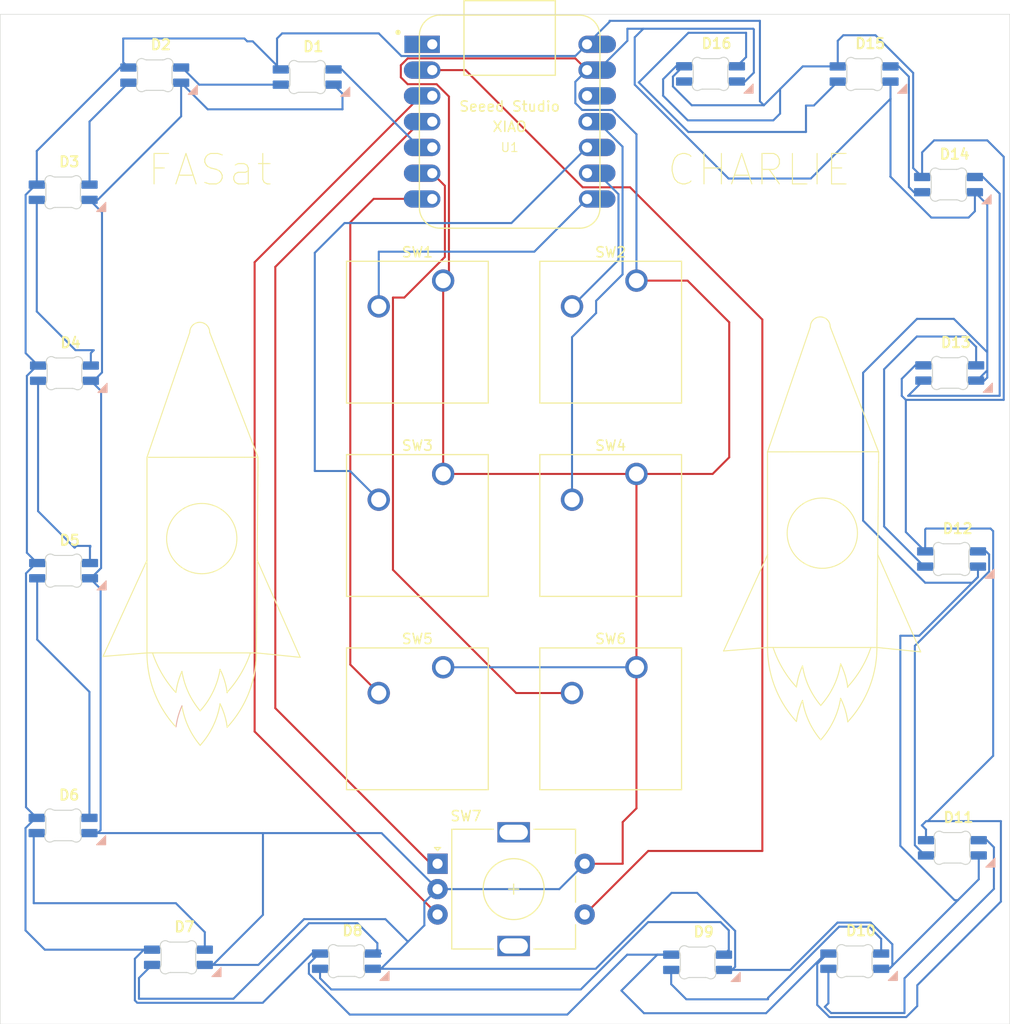
<source format=kicad_pcb>
(kicad_pcb (version 20241229) (generator "pcbnew") (generator_version "9.0")
  (layers (0 "F.Cu" signal) (2 "B.Cu" signal) (13 "F.Paste" user) (15 "B.Paste" user) (5 "F.SilkS" user "F.Silkscreen") (7 "B.SilkS" user "B.Silkscreen") (1 "F.Mask" user) (3 "B.Mask" user) (25 "Edge.Cuts" user))
  (net 0 "")
  (net 1 "GND")
  (net 2 "+5V")
  (net 3 "Net-(D1-DOUT)")
  (net 4 "Net-(D1-DIN)")
  (net 5 "Net-(D3-DOUT)")
  (net 6 "Net-(U1-GPIO1{slash}RX)")
  (net 7 "Net-(U1-GPIO2{slash}SCK)")
  (net 8 "Net-(U1-GPIO4{slash}MISO)")
  (net 9 "Net-(U1-GPIO3{slash}MOSI)")
  (net 10 "Net-(U1-GPIO0{slash}TX)")
  (net 12 "Net-(D4-DOUT)")
  (net 13 "Net-(D5-DOUT)")
  (net 15 "Net-(D6-DOUT)")
  (net 16 "Net-(D7-DOUT)")
  (net 17 "Net-(D8-DOUT)")
  (net 18 "Net-(D10-DIN)")
  (net 19 "Net-(D10-DOUT)")
  (net 20 "Net-(D11-DOUT)")
  (net 21 "Net-(D12-DOUT)")
  (net 22 "Net-(D13-DOUT)")
  (net 23 "Net-(D14-DOUT)")
  (net 24 "Net-(D15-DOUT)")
  (net 25 "Net-(U1-GPIO7{slash}SCL)")
  (net 26 "Net-(U1-GPIO29{slash}ADC3{slash}A3)")
  (net 27 "Net-(U1-GPIO28{slash}ADC2{slash}A2)")
  (net 28 "Net-(U1-GPIO27{slash}ADC1{slash}A1)")
  (net 29 "Net-(D2-DOUT)")
  (footprint "Rotary_Encoder:RotaryEncoder_Alps_EC11E-Switch_Vertical_H20mm" (layer "F.Cu") (at 130.82 118.12)
    (property "Reference" "SW7")
    (property "Value" "RotaryEncoder_Switch")
  )
  (footprint "Footprint:XIAO-Generic-Hybrid-14P-2.54-21X17.8MM" (layer "F.Cu") (at 137.925 44.995)
    (property "Reference" "U1")
    (property "Value" "XIAO-RP2040-DIP" (hide yes))
  )
  (footprint "Button_Switch_Keyboard:SW_Cherry_MX_1.00u_PCB" (layer "F.Cu") (at 131.3725 98.75875)
    (property "Reference" "SW5")
    (property "Value" "SW_Push")
  )
  (footprint "Footprint:SK6812MINI-E_fixed" (layer "F.Cu") (at 117.969999 40.702842)
    (property "Reference" "D1")
    (property "Value" "SK6812MINI-E")
    (fp_line (start -1.699998 0.6) (end -1.699998 -0.805684) (stroke (width 0.1)) (layer "Edge.Cuts"))
    (fp_line (start -0.794451 -1.602841) (end 0.794454 -1.602841) (stroke (width 0.1)) (layer "Edge.Cuts"))
    (fp_line (start 0.794453 1.397158) (end -0.794451 1.397158) (stroke (width 0.1)) (layer "Edge.Cuts"))
    (fp_line (start 1.7 -0.805684) (end 1.7 0.6) (stroke (width 0.1)) (layer "Edge.Cuts"))
    (fp_arc (start -1.749483 -1.022562) (mid -1.712526 -0.91691) (end -1.699998 -0.805684) (stroke (width 0.1)) (layer "Edge.Cuts"))
    (fp_arc (start -1.749483 -1.022562) (mid -1.63807 -1.606877) (end -1.04671 -1.671141) (stroke (width 0.1)) (layer "Edge.Cuts"))
    (fp_arc (start -1.699998 0.600001) (mid -1.712526 0.711226) (end -1.749483 0.816878) (stroke (width 0.1)) (layer "Edge.Cuts"))
    (fp_arc (start -1.04671 1.465455) (mid -1.638069 1.401192) (end -1.749483 0.816878) (stroke (width 0.1)) (layer "Edge.Cuts"))
    (fp_arc (start -1.046709 1.465457) (mid -0.925121 1.414535) (end -0.794451 1.397158) (stroke (width 0.1)) (layer "Edge.Cuts"))
    (fp_arc (start -0.794452 -1.602842) (mid -0.925122 -1.620219) (end -1.04671 -1.671141) (stroke (width 0.1)) (layer "Edge.Cuts"))
    (fp_arc (start 0.794453 1.397158) (mid 0.925124 1.414535) (end 1.046712 1.465457) (stroke (width 0.1)) (layer "Edge.Cuts"))
    (fp_arc (start 1.046712 -1.67114) (mid 0.925124 -1.620218) (end 0.794454 -1.602841) (stroke (width 0.1)) (layer "Edge.Cuts"))
    (fp_arc (start 1.046712 -1.67114) (mid 1.638072 -1.606876) (end 1.749485 -1.022562) (stroke (width 0.1)) (layer "Edge.Cuts"))
    (fp_arc (start 1.7 -0.805685) (mid 1.712528 -0.91691) (end 1.749485 -1.022562) (stroke (width 0.1)) (layer "Edge.Cuts"))
    (fp_arc (start 1.749485 0.816877) (mid 1.638073 1.401193) (end 1.046712 1.465457) (stroke (width 0.1)) (layer "Edge.Cuts"))
    (fp_arc (start 1.749485 0.816878) (mid 1.712528 0.711226) (end 1.7 0.6) (stroke (width 0.1)) (layer "Edge.Cuts"))
  )
  (footprint "Footprint:SK6812MINI-E_fixed" (layer "F.Cu") (at 181.299999 69.862842)
    (property "Reference" "D13")
    (property "Value" "SK6812MINI-E")
    (fp_line (start -1.699998 0.6) (end -1.699998 -0.805684) (stroke (width 0.1)) (layer "Edge.Cuts"))
    (fp_line (start -0.794451 -1.602841) (end 0.794454 -1.602841) (stroke (width 0.1)) (layer "Edge.Cuts"))
    (fp_line (start 0.794453 1.397158) (end -0.794451 1.397158) (stroke (width 0.1)) (layer "Edge.Cuts"))
    (fp_line (start 1.7 -0.805684) (end 1.7 0.6) (stroke (width 0.1)) (layer "Edge.Cuts"))
    (fp_arc (start -1.749483 -1.022562) (mid -1.712526 -0.91691) (end -1.699998 -0.805684) (stroke (width 0.1)) (layer "Edge.Cuts"))
    (fp_arc (start -1.749483 -1.022562) (mid -1.63807 -1.606877) (end -1.04671 -1.671141) (stroke (width 0.1)) (layer "Edge.Cuts"))
    (fp_arc (start -1.699998 0.600001) (mid -1.712526 0.711226) (end -1.749483 0.816878) (stroke (width 0.1)) (layer "Edge.Cuts"))
    (fp_arc (start -1.04671 1.465455) (mid -1.638069 1.401192) (end -1.749483 0.816878) (stroke (width 0.1)) (layer "Edge.Cuts"))
    (fp_arc (start -1.046709 1.465457) (mid -0.925121 1.414535) (end -0.794451 1.397158) (stroke (width 0.1)) (layer "Edge.Cuts"))
    (fp_arc (start -0.794452 -1.602842) (mid -0.925122 -1.620219) (end -1.04671 -1.671141) (stroke (width 0.1)) (layer "Edge.Cuts"))
    (fp_arc (start 0.794453 1.397158) (mid 0.925124 1.414535) (end 1.046712 1.465457) (stroke (width 0.1)) (layer "Edge.Cuts"))
    (fp_arc (start 1.046712 -1.67114) (mid 0.925124 -1.620218) (end 0.794454 -1.602841) (stroke (width 0.1)) (layer "Edge.Cuts"))
    (fp_arc (start 1.046712 -1.67114) (mid 1.638072 -1.606876) (end 1.749485 -1.022562) (stroke (width 0.1)) (layer "Edge.Cuts"))
    (fp_arc (start 1.7 -0.805685) (mid 1.712528 -0.91691) (end 1.749485 -1.022562) (stroke (width 0.1)) (layer "Edge.Cuts"))
    (fp_arc (start 1.749485 0.816877) (mid 1.638073 1.401193) (end 1.046712 1.465457) (stroke (width 0.1)) (layer "Edge.Cuts"))
    (fp_arc (start 1.749485 0.816878) (mid 1.712528 0.711226) (end 1.7 0.6) (stroke (width 0.1)) (layer "Edge.Cuts"))
  )
  (footprint "Footprint:SK6812MINI-E_fixed" (layer "F.Cu") (at 181.479999 88.192842)
    (property "Reference" "D12")
    (property "Value" "SK6812MINI-E")
    (fp_line (start -1.699998 0.6) (end -1.699998 -0.805684) (stroke (width 0.1)) (layer "Edge.Cuts"))
    (fp_line (start -0.794451 -1.602841) (end 0.794454 -1.602841) (stroke (width 0.1)) (layer "Edge.Cuts"))
    (fp_line (start 0.794453 1.397158) (end -0.794451 1.397158) (stroke (width 0.1)) (layer "Edge.Cuts"))
    (fp_line (start 1.7 -0.805684) (end 1.7 0.6) (stroke (width 0.1)) (layer "Edge.Cuts"))
    (fp_arc (start -1.749483 -1.022562) (mid -1.712526 -0.91691) (end -1.699998 -0.805684) (stroke (width 0.1)) (layer "Edge.Cuts"))
    (fp_arc (start -1.749483 -1.022562) (mid -1.63807 -1.606877) (end -1.04671 -1.671141) (stroke (width 0.1)) (layer "Edge.Cuts"))
    (fp_arc (start -1.699998 0.600001) (mid -1.712526 0.711226) (end -1.749483 0.816878) (stroke (width 0.1)) (layer "Edge.Cuts"))
    (fp_arc (start -1.04671 1.465455) (mid -1.638069 1.401192) (end -1.749483 0.816878) (stroke (width 0.1)) (layer "Edge.Cuts"))
    (fp_arc (start -1.046709 1.465457) (mid -0.925121 1.414535) (end -0.794451 1.397158) (stroke (width 0.1)) (layer "Edge.Cuts"))
    (fp_arc (start -0.794452 -1.602842) (mid -0.925122 -1.620219) (end -1.04671 -1.671141) (stroke (width 0.1)) (layer "Edge.Cuts"))
    (fp_arc (start 0.794453 1.397158) (mid 0.925124 1.414535) (end 1.046712 1.465457) (stroke (width 0.1)) (layer "Edge.Cuts"))
    (fp_arc (start 1.046712 -1.67114) (mid 0.925124 -1.620218) (end 0.794454 -1.602841) (stroke (width 0.1)) (layer "Edge.Cuts"))
    (fp_arc (start 1.046712 -1.67114) (mid 1.638072 -1.606876) (end 1.749485 -1.022562) (stroke (width 0.1)) (layer "Edge.Cuts"))
    (fp_arc (start 1.7 -0.805685) (mid 1.712528 -0.91691) (end 1.749485 -1.022562) (stroke (width 0.1)) (layer "Edge.Cuts"))
    (fp_arc (start 1.749485 0.816877) (mid 1.638073 1.401193) (end 1.046712 1.465457) (stroke (width 0.1)) (layer "Edge.Cuts"))
    (fp_arc (start 1.749485 0.816878) (mid 1.712528 0.711226) (end 1.7 0.6) (stroke (width 0.1)) (layer "Edge.Cuts"))
  )
  (footprint "Footprint:SK6812MINI-E_fixed" (layer "F.Cu") (at 171.939999 127.822842)
    (property "Reference" "D10")
    (property "Value" "SK6812MINI-E")
    (fp_line (start -1.699998 0.6) (end -1.699998 -0.805684) (stroke (width 0.1)) (layer "Edge.Cuts"))
    (fp_line (start -0.794451 -1.602841) (end 0.794454 -1.602841) (stroke (width 0.1)) (layer "Edge.Cuts"))
    (fp_line (start 0.794453 1.397158) (end -0.794451 1.397158) (stroke (width 0.1)) (layer "Edge.Cuts"))
    (fp_line (start 1.7 -0.805684) (end 1.7 0.6) (stroke (width 0.1)) (layer "Edge.Cuts"))
    (fp_arc (start -1.749483 -1.022562) (mid -1.712526 -0.91691) (end -1.699998 -0.805684) (stroke (width 0.1)) (layer "Edge.Cuts"))
    (fp_arc (start -1.749483 -1.022562) (mid -1.63807 -1.606877) (end -1.04671 -1.671141) (stroke (width 0.1)) (layer "Edge.Cuts"))
    (fp_arc (start -1.699998 0.600001) (mid -1.712526 0.711226) (end -1.749483 0.816878) (stroke (width 0.1)) (layer "Edge.Cuts"))
    (fp_arc (start -1.04671 1.465455) (mid -1.638069 1.401192) (end -1.749483 0.816878) (stroke (width 0.1)) (layer "Edge.Cuts"))
    (fp_arc (start -1.046709 1.465457) (mid -0.925121 1.414535) (end -0.794451 1.397158) (stroke (width 0.1)) (layer "Edge.Cuts"))
    (fp_arc (start -0.794452 -1.602842) (mid -0.925122 -1.620219) (end -1.04671 -1.671141) (stroke (width 0.1)) (layer "Edge.Cuts"))
    (fp_arc (start 0.794453 1.397158) (mid 0.925124 1.414535) (end 1.046712 1.465457) (stroke (width 0.1)) (layer "Edge.Cuts"))
    (fp_arc (start 1.046712 -1.67114) (mid 0.925124 -1.620218) (end 0.794454 -1.602841) (stroke (width 0.1)) (layer "Edge.Cuts"))
    (fp_arc (start 1.046712 -1.67114) (mid 1.638072 -1.606876) (end 1.749485 -1.022562) (stroke (width 0.1)) (layer "Edge.Cuts"))
    (fp_arc (start 1.7 -0.805685) (mid 1.712528 -0.91691) (end 1.749485 -1.022562) (stroke (width 0.1)) (layer "Edge.Cuts"))
    (fp_arc (start 1.749485 0.816877) (mid 1.638073 1.401193) (end 1.046712 1.465457) (stroke (width 0.1)) (layer "Edge.Cuts"))
    (fp_arc (start 1.749485 0.816878) (mid 1.712528 0.711226) (end 1.7 0.6) (stroke (width 0.1)) (layer "Edge.Cuts"))
  )
  (footprint "Footprint:SK6812MINI-E_fixed" (layer "F.Cu") (at 121.839999 127.822842)
    (property "Reference" "D8")
    (property "Value" "SK6812MINI-E")
    (fp_line (start -1.699998 0.6) (end -1.699998 -0.805684) (stroke (width 0.1)) (layer "Edge.Cuts"))
    (fp_line (start -0.794451 -1.602841) (end 0.794454 -1.602841) (stroke (width 0.1)) (layer "Edge.Cuts"))
    (fp_line (start 0.794453 1.397158) (end -0.794451 1.397158) (stroke (width 0.1)) (layer "Edge.Cuts"))
    (fp_line (start 1.7 -0.805684) (end 1.7 0.6) (stroke (width 0.1)) (layer "Edge.Cuts"))
    (fp_arc (start -1.749483 -1.022562) (mid -1.712526 -0.91691) (end -1.699998 -0.805684) (stroke (width 0.1)) (layer "Edge.Cuts"))
    (fp_arc (start -1.749483 -1.022562) (mid -1.63807 -1.606877) (end -1.04671 -1.671141) (stroke (width 0.1)) (layer "Edge.Cuts"))
    (fp_arc (start -1.699998 0.600001) (mid -1.712526 0.711226) (end -1.749483 0.816878) (stroke (width 0.1)) (layer "Edge.Cuts"))
    (fp_arc (start -1.04671 1.465455) (mid -1.638069 1.401192) (end -1.749483 0.816878) (stroke (width 0.1)) (layer "Edge.Cuts"))
    (fp_arc (start -1.046709 1.465457) (mid -0.925121 1.414535) (end -0.794451 1.397158) (stroke (width 0.1)) (layer "Edge.Cuts"))
    (fp_arc (start -0.794452 -1.602842) (mid -0.925122 -1.620219) (end -1.04671 -1.671141) (stroke (width 0.1)) (layer "Edge.Cuts"))
    (fp_arc (start 0.794453 1.397158) (mid 0.925124 1.414535) (end 1.046712 1.465457) (stroke (width 0.1)) (layer "Edge.Cuts"))
    (fp_arc (start 1.046712 -1.67114) (mid 0.925124 -1.620218) (end 0.794454 -1.602841) (stroke (width 0.1)) (layer "Edge.Cuts"))
    (fp_arc (start 1.046712 -1.67114) (mid 1.638072 -1.606876) (end 1.749485 -1.022562) (stroke (width 0.1)) (layer "Edge.Cuts"))
    (fp_arc (start 1.7 -0.805685) (mid 1.712528 -0.91691) (end 1.749485 -1.022562) (stroke (width 0.1)) (layer "Edge.Cuts"))
    (fp_arc (start 1.749485 0.816877) (mid 1.638073 1.401193) (end 1.046712 1.465457) (stroke (width 0.1)) (layer "Edge.Cuts"))
    (fp_arc (start 1.749485 0.816878) (mid 1.712528 0.711226) (end 1.7 0.6) (stroke (width 0.1)) (layer "Edge.Cuts"))
  )
  (footprint "Footprint:SK6812MINI-E_fixed" (layer "F.Cu") (at 93.909999 114.452842)
    (property "Reference" "D6")
    (property "Value" "SK6812MINI-E")
    (fp_line (start -1.699998 0.6) (end -1.699998 -0.805684) (stroke (width 0.1)) (layer "Edge.Cuts"))
    (fp_line (start -0.794451 -1.602841) (end 0.794454 -1.602841) (stroke (width 0.1)) (layer "Edge.Cuts"))
    (fp_line (start 0.794453 1.397158) (end -0.794451 1.397158) (stroke (width 0.1)) (layer "Edge.Cuts"))
    (fp_line (start 1.7 -0.805684) (end 1.7 0.6) (stroke (width 0.1)) (layer "Edge.Cuts"))
    (fp_arc (start -1.749483 -1.022562) (mid -1.712526 -0.91691) (end -1.699998 -0.805684) (stroke (width 0.1)) (layer "Edge.Cuts"))
    (fp_arc (start -1.749483 -1.022562) (mid -1.63807 -1.606877) (end -1.04671 -1.671141) (stroke (width 0.1)) (layer "Edge.Cuts"))
    (fp_arc (start -1.699998 0.600001) (mid -1.712526 0.711226) (end -1.749483 0.816878) (stroke (width 0.1)) (layer "Edge.Cuts"))
    (fp_arc (start -1.04671 1.465455) (mid -1.638069 1.401192) (end -1.749483 0.816878) (stroke (width 0.1)) (layer "Edge.Cuts"))
    (fp_arc (start -1.046709 1.465457) (mid -0.925121 1.414535) (end -0.794451 1.397158) (stroke (width 0.1)) (layer "Edge.Cuts"))
    (fp_arc (start -0.794452 -1.602842) (mid -0.925122 -1.620219) (end -1.04671 -1.671141) (stroke (width 0.1)) (layer "Edge.Cuts"))
    (fp_arc (start 0.794453 1.397158) (mid 0.925124 1.414535) (end 1.046712 1.465457) (stroke (width 0.1)) (layer "Edge.Cuts"))
    (fp_arc (start 1.046712 -1.67114) (mid 0.925124 -1.620218) (end 0.794454 -1.602841) (stroke (width 0.1)) (layer "Edge.Cuts"))
    (fp_arc (start 1.046712 -1.67114) (mid 1.638072 -1.606876) (end 1.749485 -1.022562) (stroke (width 0.1)) (layer "Edge.Cuts"))
    (fp_arc (start 1.7 -0.805685) (mid 1.712528 -0.91691) (end 1.749485 -1.022562) (stroke (width 0.1)) (layer "Edge.Cuts"))
    (fp_arc (start 1.749485 0.816877) (mid 1.638073 1.401193) (end 1.046712 1.465457) (stroke (width 0.1)) (layer "Edge.Cuts"))
    (fp_arc (start 1.749485 0.816878) (mid 1.712528 0.711226) (end 1.7 0.6) (stroke (width 0.1)) (layer "Edge.Cuts"))
  )
  (footprint "Footprint:SK6812MINI-E_fixed" (layer "F.Cu") (at 157.719999 40.392842)
    (property "Reference" "D16")
    (property "Value" "SK6812MINI-E")
    (fp_line (start -1.699998 0.6) (end -1.699998 -0.805684) (stroke (width 0.1)) (layer "Edge.Cuts"))
    (fp_line (start -0.794451 -1.602841) (end 0.794454 -1.602841) (stroke (width 0.1)) (layer "Edge.Cuts"))
    (fp_line (start 0.794453 1.397158) (end -0.794451 1.397158) (stroke (width 0.1)) (layer "Edge.Cuts"))
    (fp_line (start 1.7 -0.805684) (end 1.7 0.6) (stroke (width 0.1)) (layer "Edge.Cuts"))
    (fp_arc (start -1.749483 -1.022562) (mid -1.712526 -0.91691) (end -1.699998 -0.805684) (stroke (width 0.1)) (layer "Edge.Cuts"))
    (fp_arc (start -1.749483 -1.022562) (mid -1.63807 -1.606877) (end -1.04671 -1.671141) (stroke (width 0.1)) (layer "Edge.Cuts"))
    (fp_arc (start -1.699998 0.600001) (mid -1.712526 0.711226) (end -1.749483 0.816878) (stroke (width 0.1)) (layer "Edge.Cuts"))
    (fp_arc (start -1.04671 1.465455) (mid -1.638069 1.401192) (end -1.749483 0.816878) (stroke (width 0.1)) (layer "Edge.Cuts"))
    (fp_arc (start -1.046709 1.465457) (mid -0.925121 1.414535) (end -0.794451 1.397158) (stroke (width 0.1)) (layer "Edge.Cuts"))
    (fp_arc (start -0.794452 -1.602842) (mid -0.925122 -1.620219) (end -1.04671 -1.671141) (stroke (width 0.1)) (layer "Edge.Cuts"))
    (fp_arc (start 0.794453 1.397158) (mid 0.925124 1.414535) (end 1.046712 1.465457) (stroke (width 0.1)) (layer "Edge.Cuts"))
    (fp_arc (start 1.046712 -1.67114) (mid 0.925124 -1.620218) (end 0.794454 -1.602841) (stroke (width 0.1)) (layer "Edge.Cuts"))
    (fp_arc (start 1.046712 -1.67114) (mid 1.638072 -1.606876) (end 1.749485 -1.022562) (stroke (width 0.1)) (layer "Edge.Cuts"))
    (fp_arc (start 1.7 -0.805685) (mid 1.712528 -0.91691) (end 1.749485 -1.022562) (stroke (width 0.1)) (layer "Edge.Cuts"))
    (fp_arc (start 1.749485 0.816877) (mid 1.638073 1.401193) (end 1.046712 1.465457) (stroke (width 0.1)) (layer "Edge.Cuts"))
    (fp_arc (start 1.749485 0.816878) (mid 1.712528 0.711226) (end 1.7 0.6) (stroke (width 0.1)) (layer "Edge.Cuts"))
  )
  (footprint "Button_Switch_Keyboard:SW_Cherry_MX_1.00u_PCB" (layer "F.Cu") (at 150.4225 79.70875)
    (property "Reference" "SW4")
    (property "Value" "SW_Push")
  )
  (footprint "Button_Switch_Keyboard:SW_Cherry_MX_1.00u_PCB" (layer "F.Cu") (at 150.4225 60.65875)
    (property "Reference" "SW2")
    (property "Value" "SW_Push")
  )
  (footprint "Button_Switch_Keyboard:SW_Cherry_MX_1.00u_PCB" (layer "F.Cu") (at 131.3725 60.65875)
    (property "Reference" "SW1")
    (property "Value" "SW_Push")
  )
  (footprint "Button_Switch_Keyboard:SW_Cherry_MX_1.00u_PCB" (layer "F.Cu") (at 131.3725 79.70875)
    (property "Reference" "SW3")
    (property "Value" "SW_Push")
  )
  (footprint "Button_Switch_Keyboard:SW_Cherry_MX_1.00u_PCB" (layer "F.Cu") (at 150.4225 98.75875)
    (property "Reference" "SW6")
    (property "Value" "SW_Push")
  )
  (footprint "Footprint:SK6812MINI-E_fixed" (layer "F.Cu") (at 172.859999 40.402842)
    (property "Reference" "D15")
    (property "Value" "SK6812MINI-E")
    (fp_line (start -1.699998 0.6) (end -1.699998 -0.805684) (stroke (width 0.1)) (layer "Edge.Cuts"))
    (fp_line (start -0.794451 -1.602841) (end 0.794454 -1.602841) (stroke (width 0.1)) (layer "Edge.Cuts"))
    (fp_line (start 0.794453 1.397158) (end -0.794451 1.397158) (stroke (width 0.1)) (layer "Edge.Cuts"))
    (fp_line (start 1.7 -0.805684) (end 1.7 0.6) (stroke (width 0.1)) (layer "Edge.Cuts"))
    (fp_arc (start -1.749483 -1.022562) (mid -1.712526 -0.91691) (end -1.699998 -0.805684) (stroke (width 0.1)) (layer "Edge.Cuts"))
    (fp_arc (start -1.749483 -1.022562) (mid -1.63807 -1.606877) (end -1.04671 -1.671141) (stroke (width 0.1)) (layer "Edge.Cuts"))
    (fp_arc (start -1.699998 0.600001) (mid -1.712526 0.711226) (end -1.749483 0.816878) (stroke (width 0.1)) (layer "Edge.Cuts"))
    (fp_arc (start -1.04671 1.465455) (mid -1.638069 1.401192) (end -1.749483 0.816878) (stroke (width 0.1)) (layer "Edge.Cuts"))
    (fp_arc (start -1.046709 1.465457) (mid -0.925121 1.414535) (end -0.794451 1.397158) (stroke (width 0.1)) (layer "Edge.Cuts"))
    (fp_arc (start -0.794452 -1.602842) (mid -0.925122 -1.620219) (end -1.04671 -1.671141) (stroke (width 0.1)) (layer "Edge.Cuts"))
    (fp_arc (start 0.794453 1.397158) (mid 0.925124 1.414535) (end 1.046712 1.465457) (stroke (width 0.1)) (layer "Edge.Cuts"))
    (fp_arc (start 1.046712 -1.67114) (mid 0.925124 -1.620218) (end 0.794454 -1.602841) (stroke (width 0.1)) (layer "Edge.Cuts"))
    (fp_arc (start 1.046712 -1.67114) (mid 1.638072 -1.606876) (end 1.749485 -1.022562) (stroke (width 0.1)) (layer "Edge.Cuts"))
    (fp_arc (start 1.7 -0.805685) (mid 1.712528 -0.91691) (end 1.749485 -1.022562) (stroke (width 0.1)) (layer "Edge.Cuts"))
    (fp_arc (start 1.749485 0.816877) (mid 1.638073 1.401193) (end 1.046712 1.465457) (stroke (width 0.1)) (layer "Edge.Cuts"))
    (fp_arc (start 1.749485 0.816878) (mid 1.712528 0.711226) (end 1.7 0.6) (stroke (width 0.1)) (layer "Edge.Cuts"))
  )
  (footprint "Footprint:SK6812MINI-E_fixed" (layer "F.Cu") (at 181.557499 116.652842)
    (property "Reference" "D11")
    (property "Value" "SK6812MINI-E")
    (fp_line (start -1.699998 0.6) (end -1.699998 -0.805684) (stroke (width 0.1)) (layer "Edge.Cuts"))
    (fp_line (start -0.794451 -1.602841) (end 0.794454 -1.602841) (stroke (width 0.1)) (layer "Edge.Cuts"))
    (fp_line (start 0.794453 1.397158) (end -0.794451 1.397158) (stroke (width 0.1)) (layer "Edge.Cuts"))
    (fp_line (start 1.7 -0.805684) (end 1.7 0.6) (stroke (width 0.1)) (layer "Edge.Cuts"))
    (fp_arc (start -1.749483 -1.022562) (mid -1.712526 -0.91691) (end -1.699998 -0.805684) (stroke (width 0.1)) (layer "Edge.Cuts"))
    (fp_arc (start -1.749483 -1.022562) (mid -1.63807 -1.606877) (end -1.04671 -1.671141) (stroke (width 0.1)) (layer "Edge.Cuts"))
    (fp_arc (start -1.699998 0.600001) (mid -1.712526 0.711226) (end -1.749483 0.816878) (stroke (width 0.1)) (layer "Edge.Cuts"))
    (fp_arc (start -1.04671 1.465455) (mid -1.638069 1.401192) (end -1.749483 0.816878) (stroke (width 0.1)) (layer "Edge.Cuts"))
    (fp_arc (start -1.046709 1.465457) (mid -0.925121 1.414535) (end -0.794451 1.397158) (stroke (width 0.1)) (layer "Edge.Cuts"))
    (fp_arc (start -0.794452 -1.602842) (mid -0.925122 -1.620219) (end -1.04671 -1.671141) (stroke (width 0.1)) (layer "Edge.Cuts"))
    (fp_arc (start 0.794453 1.397158) (mid 0.925124 1.414535) (end 1.046712 1.465457) (stroke (width 0.1)) (layer "Edge.Cuts"))
    (fp_arc (start 1.046712 -1.67114) (mid 0.925124 -1.620218) (end 0.794454 -1.602841) (stroke (width 0.1)) (layer "Edge.Cuts"))
    (fp_arc (start 1.046712 -1.67114) (mid 1.638072 -1.606876) (end 1.749485 -1.022562) (stroke (width 0.1)) (layer "Edge.Cuts"))
    (fp_arc (start 1.7 -0.805685) (mid 1.712528 -0.91691) (end 1.749485 -1.022562) (stroke (width 0.1)) (layer "Edge.Cuts"))
    (fp_arc (start 1.749485 0.816877) (mid 1.638073 1.401193) (end 1.046712 1.465457) (stroke (width 0.1)) (layer "Edge.Cuts"))
    (fp_arc (start 1.749485 0.816878) (mid 1.712528 0.711226) (end 1.7 0.6) (stroke (width 0.1)) (layer "Edge.Cuts"))
  )
  (footprint "Footprint:SK6812MINI-E_fixed" (layer "F.Cu") (at 181.177499 51.302842)
    (property "Reference" "D14")
    (property "Value" "SK6812MINI-E")
    (fp_line (start -1.699998 0.6) (end -1.699998 -0.805684) (stroke (width 0.1)) (layer "Edge.Cuts"))
    (fp_line (start -0.794451 -1.602841) (end 0.794454 -1.602841) (stroke (width 0.1)) (layer "Edge.Cuts"))
    (fp_line (start 0.794453 1.397158) (end -0.794451 1.397158) (stroke (width 0.1)) (layer "Edge.Cuts"))
    (fp_line (start 1.7 -0.805684) (end 1.7 0.6) (stroke (width 0.1)) (layer "Edge.Cuts"))
    (fp_arc (start -1.749483 -1.022562) (mid -1.712526 -0.91691) (end -1.699998 -0.805684) (stroke (width 0.1)) (layer "Edge.Cuts"))
    (fp_arc (start -1.749483 -1.022562) (mid -1.63807 -1.606877) (end -1.04671 -1.671141) (stroke (width 0.1)) (layer "Edge.Cuts"))
    (fp_arc (start -1.699998 0.600001) (mid -1.712526 0.711226) (end -1.749483 0.816878) (stroke (width 0.1)) (layer "Edge.Cuts"))
    (fp_arc (start -1.04671 1.465455) (mid -1.638069 1.401192) (end -1.749483 0.816878) (stroke (width 0.1)) (layer "Edge.Cuts"))
    (fp_arc (start -1.046709 1.465457) (mid -0.925121 1.414535) (end -0.794451 1.397158) (stroke (width 0.1)) (layer "Edge.Cuts"))
    (fp_arc (start -0.794452 -1.602842) (mid -0.925122 -1.620219) (end -1.04671 -1.671141) (stroke (width 0.1)) (layer "Edge.Cuts"))
    (fp_arc (start 0.794453 1.397158) (mid 0.925124 1.414535) (end 1.046712 1.465457) (stroke (width 0.1)) (layer "Edge.Cuts"))
    (fp_arc (start 1.046712 -1.67114) (mid 0.925124 -1.620218) (end 0.794454 -1.602841) (stroke (width 0.1)) (layer "Edge.Cuts"))
    (fp_arc (start 1.046712 -1.67114) (mid 1.638072 -1.606876) (end 1.749485 -1.022562) (stroke (width 0.1)) (layer "Edge.Cuts"))
    (fp_arc (start 1.7 -0.805685) (mid 1.712528 -0.91691) (end 1.749485 -1.022562) (stroke (width 0.1)) (layer "Edge.Cuts"))
    (fp_arc (start 1.749485 0.816877) (mid 1.638073 1.401193) (end 1.046712 1.465457) (stroke (width 0.1)) (layer "Edge.Cuts"))
    (fp_arc (start 1.749485 0.816878) (mid 1.712528 0.711226) (end 1.7 0.6) (stroke (width 0.1)) (layer "Edge.Cuts"))
  )
  (footprint "Footprint:SK6812MINI-E_fixed" (layer "F.Cu") (at 105.28 127.44)
    (property "Reference" "D7")
    (property "Value" "SK6812MINI-E")
    (fp_line (start -1.699998 0.6) (end -1.699998 -0.805684) (stroke (width 0.1)) (layer "Edge.Cuts"))
    (fp_line (start -0.794451 -1.602841) (end 0.794454 -1.602841) (stroke (width 0.1)) (layer "Edge.Cuts"))
    (fp_line (start 0.794453 1.397158) (end -0.794451 1.397158) (stroke (width 0.1)) (layer "Edge.Cuts"))
    (fp_line (start 1.7 -0.805684) (end 1.7 0.6) (stroke (width 0.1)) (layer "Edge.Cuts"))
    (fp_arc (start -1.749483 -1.022562) (mid -1.712526 -0.91691) (end -1.699998 -0.805684) (stroke (width 0.1)) (layer "Edge.Cuts"))
    (fp_arc (start -1.749483 -1.022562) (mid -1.63807 -1.606877) (end -1.04671 -1.671141) (stroke (width 0.1)) (layer "Edge.Cuts"))
    (fp_arc (start -1.699998 0.600001) (mid -1.712526 0.711226) (end -1.749483 0.816878) (stroke (width 0.1)) (layer "Edge.Cuts"))
    (fp_arc (start -1.04671 1.465455) (mid -1.638069 1.401192) (end -1.749483 0.816878) (stroke (width 0.1)) (layer "Edge.Cuts"))
    (fp_arc (start -1.046709 1.465457) (mid -0.925121 1.414535) (end -0.794451 1.397158) (stroke (width 0.1)) (layer "Edge.Cuts"))
    (fp_arc (start -0.794452 -1.602842) (mid -0.925122 -1.620219) (end -1.04671 -1.671141) (stroke (width 0.1)) (layer "Edge.Cuts"))
    (fp_arc (start 0.794453 1.397158) (mid 0.925124 1.414535) (end 1.046712 1.465457) (stroke (width 0.1)) (layer "Edge.Cuts"))
    (fp_arc (start 1.046712 -1.67114) (mid 0.925124 -1.620218) (end 0.794454 -1.602841) (stroke (width 0.1)) (layer "Edge.Cuts"))
    (fp_arc (start 1.046712 -1.67114) (mid 1.638072 -1.606876) (end 1.749485 -1.022562) (stroke (width 0.1)) (layer "Edge.Cuts"))
    (fp_arc (start 1.7 -0.805685) (mid 1.712528 -0.91691) (end 1.749485 -1.022562) (stroke (width 0.1)) (layer "Edge.Cuts"))
    (fp_arc (start 1.749485 0.816877) (mid 1.638073 1.401193) (end 1.046712 1.465457) (stroke (width 0.1)) (layer "Edge.Cuts"))
    (fp_arc (start 1.749485 0.816878) (mid 1.712528 0.711226) (end 1.7 0.6) (stroke (width 0.1)) (layer "Edge.Cuts"))
  )
  (footprint "Footprint:SK6812MINI-E_fixed" (layer "F.Cu") (at 93.919999 52.052842)
    (property "Reference" "D3")
    (property "Value" "SK6812MINI-E")
    (fp_line (start -1.699998 0.6) (end -1.699998 -0.805684) (stroke (width 0.1)) (layer "Edge.Cuts"))
    (fp_line (start -0.794451 -1.602841) (end 0.794454 -1.602841) (stroke (width 0.1)) (layer "Edge.Cuts"))
    (fp_line (start 0.794453 1.397158) (end -0.794451 1.397158) (stroke (width 0.1)) (layer "Edge.Cuts"))
    (fp_line (start 1.7 -0.805684) (end 1.7 0.6) (stroke (width 0.1)) (layer "Edge.Cuts"))
    (fp_arc (start -1.749483 -1.022562) (mid -1.712526 -0.91691) (end -1.699998 -0.805684) (stroke (width 0.1)) (layer "Edge.Cuts"))
    (fp_arc (start -1.749483 -1.022562) (mid -1.63807 -1.606877) (end -1.04671 -1.671141) (stroke (width 0.1)) (layer "Edge.Cuts"))
    (fp_arc (start -1.699998 0.600001) (mid -1.712526 0.711226) (end -1.749483 0.816878) (stroke (width 0.1)) (layer "Edge.Cuts"))
    (fp_arc (start -1.04671 1.465455) (mid -1.638069 1.401192) (end -1.749483 0.816878) (stroke (width 0.1)) (layer "Edge.Cuts"))
    (fp_arc (start -1.046709 1.465457) (mid -0.925121 1.414535) (end -0.794451 1.397158) (stroke (width 0.1)) (layer "Edge.Cuts"))
    (fp_arc (start -0.794452 -1.602842) (mid -0.925122 -1.620219) (end -1.04671 -1.671141) (stroke (width 0.1)) (layer "Edge.Cuts"))
    (fp_arc (start 0.794453 1.397158) (mid 0.925124 1.414535) (end 1.046712 1.465457) (stroke (width 0.1)) (layer "Edge.Cuts"))
    (fp_arc (start 1.046712 -1.67114) (mid 0.925124 -1.620218) (end 0.794454 -1.602841) (stroke (width 0.1)) (layer "Edge.Cuts"))
    (fp_arc (start 1.046712 -1.67114) (mid 1.638072 -1.606876) (end 1.749485 -1.022562) (stroke (width 0.1)) (layer "Edge.Cuts"))
    (fp_arc (start 1.7 -0.805685) (mid 1.712528 -0.91691) (end 1.749485 -1.022562) (stroke (width 0.1)) (layer "Edge.Cuts"))
    (fp_arc (start 1.749485 0.816877) (mid 1.638073 1.401193) (end 1.046712 1.465457) (stroke (width 0.1)) (layer "Edge.Cuts"))
    (fp_arc (start 1.749485 0.816878) (mid 1.712528 0.711226) (end 1.7 0.6) (stroke (width 0.1)) (layer "Edge.Cuts"))
  )
  (footprint "Footprint:SK6812MINI-E_fixed" (layer "F.Cu") (at 94.047499 69.882842)
    (property "Reference" "D4")
    (property "Value" "SK6812MINI-E")
    (fp_line (start -1.699998 0.6) (end -1.699998 -0.805684) (stroke (width 0.1)) (layer "Edge.Cuts"))
    (fp_line (start -0.794451 -1.602841) (end 0.794454 -1.602841) (stroke (width 0.1)) (layer "Edge.Cuts"))
    (fp_line (start 0.794453 1.397158) (end -0.794451 1.397158) (stroke (width 0.1)) (layer "Edge.Cuts"))
    (fp_line (start 1.7 -0.805684) (end 1.7 0.6) (stroke (width 0.1)) (layer "Edge.Cuts"))
    (fp_arc (start -1.749483 -1.022562) (mid -1.712526 -0.91691) (end -1.699998 -0.805684) (stroke (width 0.1)) (layer "Edge.Cuts"))
    (fp_arc (start -1.749483 -1.022562) (mid -1.63807 -1.606877) (end -1.04671 -1.671141) (stroke (width 0.1)) (layer "Edge.Cuts"))
    (fp_arc (start -1.699998 0.600001) (mid -1.712526 0.711226) (end -1.749483 0.816878) (stroke (width 0.1)) (layer "Edge.Cuts"))
    (fp_arc (start -1.04671 1.465455) (mid -1.638069 1.401192) (end -1.749483 0.816878) (stroke (width 0.1)) (layer "Edge.Cuts"))
    (fp_arc (start -1.046709 1.465457) (mid -0.925121 1.414535) (end -0.794451 1.397158) (stroke (width 0.1)) (layer "Edge.Cuts"))
    (fp_arc (start -0.794452 -1.602842) (mid -0.925122 -1.620219) (end -1.04671 -1.671141) (stroke (width 0.1)) (layer "Edge.Cuts"))
    (fp_arc (start 0.794453 1.397158) (mid 0.925124 1.414535) (end 1.046712 1.465457) (stroke (width 0.1)) (layer "Edge.Cuts"))
    (fp_arc (start 1.046712 -1.67114) (mid 0.925124 -1.620218) (end 0.794454 -1.602841) (stroke (width 0.1)) (layer "Edge.Cuts"))
    (fp_arc (start 1.046712 -1.67114) (mid 1.638072 -1.606876) (end 1.749485 -1.022562) (stroke (width 0.1)) (layer "Edge.Cuts"))
    (fp_arc (start 1.7 -0.805685) (mid 1.712528 -0.91691) (end 1.749485 -1.022562) (stroke (width 0.1)) (layer "Edge.Cuts"))
    (fp_arc (start 1.749485 0.816877) (mid 1.638073 1.401193) (end 1.046712 1.465457) (stroke (width 0.1)) (layer "Edge.Cuts"))
    (fp_arc (start 1.749485 0.816878) (mid 1.712528 0.711226) (end 1.7 0.6) (stroke (width 0.1)) (layer "Edge.Cuts"))
  )
  (footprint "Footprint:SK6812MINI-E_fixed" (layer "F.Cu") (at 93.959999 89.342842)
    (property "Reference" "D5")
    (property "Value" "SK6812MINI-E")
    (fp_line (start -1.699998 0.6) (end -1.699998 -0.805684) (stroke (width 0.1)) (layer "Edge.Cuts"))
    (fp_line (start -0.794451 -1.602841) (end 0.794454 -1.602841) (stroke (width 0.1)) (layer "Edge.Cuts"))
    (fp_line (start 0.794453 1.397158) (end -0.794451 1.397158) (stroke (width 0.1)) (layer "Edge.Cuts"))
    (fp_line (start 1.7 -0.805684) (end 1.7 0.6) (stroke (width 0.1)) (layer "Edge.Cuts"))
    (fp_arc (start -1.749483 -1.022562) (mid -1.712526 -0.91691) (end -1.699998 -0.805684) (stroke (width 0.1)) (layer "Edge.Cuts"))
    (fp_arc (start -1.749483 -1.022562) (mid -1.63807 -1.606877) (end -1.04671 -1.671141) (stroke (width 0.1)) (layer "Edge.Cuts"))
    (fp_arc (start -1.699998 0.600001) (mid -1.712526 0.711226) (end -1.749483 0.816878) (stroke (width 0.1)) (layer "Edge.Cuts"))
    (fp_arc (start -1.04671 1.465455) (mid -1.638069 1.401192) (end -1.749483 0.816878) (stroke (width 0.1)) (layer "Edge.Cuts"))
    (fp_arc (start -1.046709 1.465457) (mid -0.925121 1.414535) (end -0.794451 1.397158) (stroke (width 0.1)) (layer "Edge.Cuts"))
    (fp_arc (start -0.794452 -1.602842) (mid -0.925122 -1.620219) (end -1.04671 -1.671141) (stroke (width 0.1)) (layer "Edge.Cuts"))
    (fp_arc (start 0.794453 1.397158) (mid 0.925124 1.414535) (end 1.046712 1.465457) (stroke (width 0.1)) (layer "Edge.Cuts"))
    (fp_arc (start 1.046712 -1.67114) (mid 0.925124 -1.620218) (end 0.794454 -1.602841) (stroke (width 0.1)) (layer "Edge.Cuts"))
    (fp_arc (start 1.046712 -1.67114) (mid 1.638072 -1.606876) (end 1.749485 -1.022562) (stroke (width 0.1)) (layer "Edge.Cuts"))
    (fp_arc (start 1.7 -0.805685) (mid 1.712528 -0.91691) (end 1.749485 -1.022562) (stroke (width 0.1)) (layer "Edge.Cuts"))
    (fp_arc (start 1.749485 0.816877) (mid 1.638073 1.401193) (end 1.046712 1.465457) (stroke (width 0.1)) (layer "Edge.Cuts"))
    (fp_arc (start 1.749485 0.816878) (mid 1.712528 0.711226) (end 1.7 0.6) (stroke (width 0.1)) (layer "Edge.Cuts"))
  )
  (footprint "Footprint:SK6812MINI-E_fixed" (layer "F.Cu") (at 156.447499 127.932842)
    (property "Reference" "D9")
    (property "Value" "SK6812MINI-E")
    (fp_line (start -1.699998 0.6) (end -1.699998 -0.805684) (stroke (width 0.1)) (layer "Edge.Cuts"))
    (fp_line (start -0.794451 -1.602841) (end 0.794454 -1.602841) (stroke (width 0.1)) (layer "Edge.Cuts"))
    (fp_line (start 0.794453 1.397158) (end -0.794451 1.397158) (stroke (width 0.1)) (layer "Edge.Cuts"))
    (fp_line (start 1.7 -0.805684) (end 1.7 0.6) (stroke (width 0.1)) (layer "Edge.Cuts"))
    (fp_arc (start -1.749483 -1.022562) (mid -1.712526 -0.91691) (end -1.699998 -0.805684) (stroke (width 0.1)) (layer "Edge.Cuts"))
    (fp_arc (start -1.749483 -1.022562) (mid -1.63807 -1.606877) (end -1.04671 -1.671141) (stroke (width 0.1)) (layer "Edge.Cuts"))
    (fp_arc (start -1.699998 0.600001) (mid -1.712526 0.711226) (end -1.749483 0.816878) (stroke (width 0.1)) (layer "Edge.Cuts"))
    (fp_arc (start -1.04671 1.465455) (mid -1.638069 1.401192) (end -1.749483 0.816878) (stroke (width 0.1)) (layer "Edge.Cuts"))
    (fp_arc (start -1.046709 1.465457) (mid -0.925121 1.414535) (end -0.794451 1.397158) (stroke (width 0.1)) (layer "Edge.Cuts"))
    (fp_arc (start -0.794452 -1.602842) (mid -0.925122 -1.620219) (end -1.04671 -1.671141) (stroke (width 0.1)) (layer "Edge.Cuts"))
    (fp_arc (start 0.794453 1.397158) (mid 0.925124 1.414535) (end 1.046712 1.465457) (stroke (width 0.1)) (layer "Edge.Cuts"))
    (fp_arc (start 1.046712 -1.67114) (mid 0.925124 -1.620218) (end 0.794454 -1.602841) (stroke (width 0.1)) (layer "Edge.Cuts"))
    (fp_arc (start 1.046712 -1.67114) (mid 1.638072 -1.606876) (end 1.749485 -1.022562) (stroke (width 0.1)) (layer "Edge.Cuts"))
    (fp_arc (start 1.7 -0.805685) (mid 1.712528 -0.91691) (end 1.749485 -1.022562) (stroke (width 0.1)) (layer "Edge.Cuts"))
    (fp_arc (start 1.749485 0.816877) (mid 1.638073 1.401193) (end 1.046712 1.465457) (stroke (width 0.1)) (layer "Edge.Cuts"))
    (fp_arc (start 1.749485 0.816878) (mid 1.712528 0.711226) (end 1.7 0.6) (stroke (width 0.1)) (layer "Edge.Cuts"))
  )
  (footprint "Footprint:SK6812MINI-E_fixed" (layer "F.Cu") (at 102.947499 40.512842)
    (property "Reference" "D2")
    (property "Value" "SK6812MINI-E")
    (fp_line (start -1.699998 0.6) (end -1.699998 -0.805684) (stroke (width 0.1)) (layer "Edge.Cuts"))
    (fp_line (start -0.794451 -1.602841) (end 0.794454 -1.602841) (stroke (width 0.1)) (layer "Edge.Cuts"))
    (fp_line (start 0.794453 1.397158) (end -0.794451 1.397158) (stroke (width 0.1)) (layer "Edge.Cuts"))
    (fp_line (start 1.7 -0.805684) (end 1.7 0.6) (stroke (width 0.1)) (layer "Edge.Cuts"))
    (fp_arc (start -1.749483 -1.022562) (mid -1.712526 -0.91691) (end -1.699998 -0.805684) (stroke (width 0.1)) (layer "Edge.Cuts"))
    (fp_arc (start -1.749483 -1.022562) (mid -1.63807 -1.606877) (end -1.04671 -1.671141) (stroke (width 0.1)) (layer "Edge.Cuts"))
    (fp_arc (start -1.699998 0.600001) (mid -1.712526 0.711226) (end -1.749483 0.816878) (stroke (width 0.1)) (layer "Edge.Cuts"))
    (fp_arc (start -1.04671 1.465455) (mid -1.638069 1.401192) (end -1.749483 0.816878) (stroke (width 0.1)) (layer "Edge.Cuts"))
    (fp_arc (start -1.046709 1.465457) (mid -0.925121 1.414535) (end -0.794451 1.397158) (stroke (width 0.1)) (layer "Edge.Cuts"))
    (fp_arc (start -0.794452 -1.602842) (mid -0.925122 -1.620219) (end -1.04671 -1.671141) (stroke (width 0.1)) (layer "Edge.Cuts"))
    (fp_arc (start 0.794453 1.397158) (mid 0.925124 1.414535) (end 1.046712 1.465457) (stroke (width 0.1)) (layer "Edge.Cuts"))
    (fp_arc (start 1.046712 -1.67114) (mid 0.925124 -1.620218) (end 0.794454 -1.602841) (stroke (width 0.1)) (layer "Edge.Cuts"))
    (fp_arc (start 1.046712 -1.67114) (mid 1.638072 -1.606876) (end 1.749485 -1.022562) (stroke (width 0.1)) (layer "Edge.Cuts"))
    (fp_arc (start 1.7 -0.805685) (mid 1.712528 -0.91691) (end 1.749485 -1.022562) (stroke (width 0.1)) (layer "Edge.Cuts"))
    (fp_arc (start 1.749485 0.816877) (mid 1.638073 1.401193) (end 1.046712 1.465457) (stroke (width 0.1)) (layer "Edge.Cuts"))
    (fp_arc (start 1.749485 0.816878) (mid 1.712528 0.711226) (end 1.7 0.6) (stroke (width 0.1)) (layer "Edge.Cuts"))
  )
  (gr_arc (start 166.191515 104.105588) (mid 166.413124 103.040392) (end 166.787654 102.018883) (stroke (width 0.1)) (layer "F.SilkS"))
  (gr_line (start 97.85 97.69) (end 102.18 97.34375) (stroke (width 0.1)) (layer "F.SilkS"))
  (gr_line (start 174.12 96.80875) (end 163.34 96.80875) (stroke (width 0.1)) (layer "F.SilkS"))
  (gr_circle (center 107.58 86.08) (end 109.76 83.39) (stroke (width 0.1)) (fill no) (layer "F.SilkS"))
  (gr_arc (start 174.120891 96.80884) (mid 173.377149 100.743675) (end 171.248544 104.135587) (stroke (width 0.1)) (layer "F.SilkS"))
  (gr_arc (start 166.191995 100.71013) (mid 166.413601 99.644933) (end 166.788134 98.623425) (stroke (width 0.1)) (layer "F.SilkS"))
  (gr_arc (start 105.002886 104.61649) (mid 102.91047 101.244437) (end 102.18 97.34375) (stroke (width 0.1)) (layer "F.SilkS"))
  (gr_line (start 113.04 88.196875) (end 117.28 97.78) (stroke (width 0.1)) (layer "F.SilkS"))
  (gr_line (start 102.19 88.196875) (end 97.85 97.69) (stroke (width 0.1)) (layer "F.SilkS"))
  (gr_arc (start 107.424724 103.055958) (mid 106.260001 101.23) (end 105.628116 99.158425) (stroke (width 0.1)) (layer "F.SilkS"))
  (gr_arc (start 109.380678 98.976301) (mid 108.697316 101.157378) (end 107.424724 103.055953) (stroke (width 0.1)) (layer "F.SilkS"))
  (gr_line (start 163.34 77.535) (end 163.34 96.80875) (stroke (width 0.1)) (layer "F.SilkS"))
  (gr_line (start 169.52 65.215) (end 174.28 77.525) (stroke (width 0.1)) (layer "F.SilkS"))
  (gr_line (start 113.12 79.05) (end 112.96 97.34375) (stroke (width 0.1)) (layer "F.SilkS"))
  (gr_arc (start 170.540678 98.441301) (mid 169.857316 100.622378) (end 168.584724 102.520953) (stroke (width 0.1)) (layer "F.SilkS"))
  (gr_line (start 163.35 87.661875) (end 159.01 97.155) (stroke (width 0.1)) (layer "F.SilkS"))
  (gr_line (start 163.34 77.535) (end 174.28 77.525) (stroke (width 0.1)) (layer "F.SilkS"))
  (gr_arc (start 107.424244 106.451416) (mid 106.259528 104.625456) (end 105.627636 102.553883) (stroke (width 0.1)) (layer "F.SilkS"))
  (gr_arc (start 112.960891 97.34384) (mid 112.217149 101.278675) (end 110.088544 104.670587) (stroke (width 0.1)) (layer "F.SilkS"))
  (gr_arc (start 170.540677 98.416525) (mid 170.990252 99.549237) (end 171.248976 100.740127) (stroke (width 0.1)) (layer "F.SilkS"))
  (gr_arc (start 105.003365 101.221032) (mid 103.661944 99.402242) (end 102.729191 97.343752) (stroke (width 0.1)) (layer "F.SilkS"))
  (gr_circle (center 168.74 85.545) (end 170.92 82.855) (stroke (width 0.1)) (fill no) (layer "F.SilkS"))
  (gr_arc (start 112.368103 97.34375) (mid 111.421399 99.418412) (end 110.057955 101.246386) (stroke (width 0.1)) (layer "F.SilkS"))
  (gr_arc (start 106.4 65.725509) (mid 107.392246 64.769771) (end 108.360306 65.75) (stroke (width 0.1)) (layer "F.SilkS"))
  (gr_line (start 174.29 77.565) (end 174.29 78.555) (stroke (width 0.1)) (layer "F.SilkS"))
  (gr_arc (start 166.163365 100.686032) (mid 164.821944 98.867242) (end 163.889191 96.808752) (stroke (width 0.1)) (layer "F.SilkS"))
  (gr_line (start 163.34 77.535) (end 167.56 65.215) (stroke (width 0.1)) (layer "F.SilkS"))
  (gr_arc (start 168.584724 102.520958) (mid 167.420001 100.695) (end 166.788116 98.623425) (stroke (width 0.1)) (layer "F.SilkS"))
  (gr_line (start 174.2 87.661875) (end 178.44 97.245) (stroke (width 0.1)) (layer "F.SilkS"))
  (gr_line (start 178.44 97.245) (end 174.12 96.80875) (stroke (width 0.1)) (layer "F.SilkS"))
  (gr_line (start 102.18 78.07) (end 102.18 97.34375) (stroke (width 0.1)) (layer "F.SilkS"))
  (gr_arc (start 166.162886 104.08149) (mid 164.070472 100.709436) (end 163.34 96.80875) (stroke (width 0.1)) (layer "F.SilkS"))
  (gr_arc (start 173.528103 96.80875) (mid 172.581399 98.883412) (end 171.217955 100.711386) (stroke (width 0.1)) (layer "F.SilkS"))
  (gr_arc (start 109.380677 98.951525) (mid 109.830252 100.084237) (end 110.088976 101.275127) (stroke (width 0.1)) (layer "F.SilkS"))
  (gr_line (start 159.01 97.155) (end 163.34 96.80875) (stroke (width 0.1)) (layer "F.SilkS"))
  (gr_line (start 108.36 65.75) (end 113.12 78.06) (stroke (width 0.1)) (layer "F.SilkS"))
  (gr_line (start 113.12 78.06) (end 113.12 79.05) (stroke (width 0.1)) (layer "F.SilkS"))
  (gr_line (start 174.28 78.515) (end 174.12 96.80875) (stroke (width 0.1)) (layer "F.SilkS"))
  (gr_arc (start 105.031995 101.24513) (mid 105.253601 100.179933) (end 105.628134 99.158425) (stroke (width 0.1)) (layer "F.SilkS"))
  (gr_line (start 102.18 78.07) (end 106.4 65.75) (stroke (width 0.1)) (layer "F.SilkS"))
  (gr_arc (start 170.540197 101.811983) (mid 170.989777 102.944694) (end 171.248496 104.135585) (stroke (width 0.1)) (layer "F.SilkS"))
  (gr_arc (start 168.584244 105.916416) (mid 167.419528 104.090456) (end 166.787636 102.018883) (stroke (width 0.1)) (layer "F.SilkS"))
  (gr_arc (start 167.56 65.190509) (mid 168.552246 64.234771) (end 169.520306 65.215) (stroke (width 0.1)) (layer "F.SilkS"))
  (gr_arc (start 109.380198 102.371759) (mid 108.696824 104.552829) (end 107.424244 106.451411) (stroke (width 0.1)) (layer "F.SilkS"))
  (gr_arc (start 170.540198 101.836759) (mid 169.856824 104.017829) (end 168.584244 105.916411) (stroke (width 0.1)) (layer "F.SilkS"))
  (gr_line (start 102.18 78.07) (end 113.12 78.06) (stroke (width 0.1)) (layer "F.SilkS"))
  (gr_arc (start 109.380197 102.346983) (mid 109.829777 103.479694) (end 110.088496 104.670585) (stroke (width 0.1)) (layer "F.SilkS"))
  (gr_line (start 117.28 97.78) (end 112.96 97.34375) (stroke (width 0.1)) (layer "F.SilkS"))
  (gr_line (start 112.96 97.34375) (end 102.18 97.34375) (stroke (width 0.1)) (layer "F.SilkS"))
  (gr_arc (start 105.043188 104.621839) (mid 105.261561 103.569564) (end 105.63 102.56) (stroke (width 0.1)) (layer "B.SilkS"))
  (gr_rect (start 87.72 34.42) (end 187.22 133.92) (stroke (width 0.05)) (fill no) (layer "Edge.Cuts"))
  (gr_text "FASat\n" (at 102.1 51.5 0) (layer "F.SilkS") (effects (font (size 3 3) (thickness 0.1)) (justify left bottom)))
  (gr_text "CHARLIE\n" (at 153.3 51.5 0) (layer "F.SilkS") (effects (font (size 3 3) (thickness 0.1)) (justify left bottom)))
  (segment (start 145.585 40.015) (end 145.47 39.9) (width 0.2) (layer "F.Cu") (net 1))
  (segment (start 149.065 118.12) (end 149.065 114.0175) (width 0.2) (layer "F.Cu") (net 1))
  (segment (start 131.941 60.09025) (end 131.3725 60.65875) (width 0.2) (layer "F.Cu") (net 1))
  (segment (start 149.065 114.0175) (end 150.4225 112.66) (width 0.2) (layer "F.Cu") (net 1))
  (segment (start 131.941 42.51824) (end 131.941 60.09025) (width 0.2) (layer "F.Cu") (net 1))
  (segment (start 130.72676 41.304) (end 131.941 42.51824) (width 0.2) (layer "F.Cu") (net 1))
  (segment (start 150.4225 79.70875) (end 150.4225 98.75875) (width 0.2) (layer "F.Cu") (net 1))
  (segment (start 131.3725 60.65875) (end 131.3725 79.70875) (width 0.2) (layer "F.Cu") (net 1))
  (segment (start 145.7 40.13) (end 145.47 39.9) (width 0.2) (layer "F.Cu") (net 1))
  (segment (start 127.87324 41.304) (end 130.72676 41.304) (width 0.2) (layer "F.Cu") (net 1))
  (segment (start 159.565 64.765) (end 159.565 78.075) (width 0.2) (layer "F.Cu") (net 1))
  (segment (start 150.4225 98.75875) (end 150.4225 112.66) (width 0.2) (layer "F.Cu") (net 1))
  (segment (start 149.065 118.12) (end 145.32 118.12) (width 0.2) (layer "F.Cu") (net 1))
  (segment (start 127.87324 38.764) (end 127.199 39.43824) (width 0.2) (layer "F.Cu") (net 1))
  (segment (start 144.399 38.764) (end 127.87324 38.764) (width 0.2) (layer "F.Cu") (net 1))
  (segment (start 150.4225 79.70875) (end 131.3725 79.70875) (width 0.2) (layer "F.Cu") (net 1))
  (segment (start 159.565 78.075) (end 157.93125 79.70875) (width 0.2) (layer "F.Cu") (net 1))
  (segment (start 157.93125 79.70875) (end 150.4225 79.70875) (width 0.2) (layer "F.Cu") (net 1))
  (segment (start 145.55 39.915) (end 144.399 38.764) (width 0.2) (layer "F.Cu") (net 1))
  (segment (start 127.199 40.62976) (end 127.87324 41.304) (width 0.2) (layer "F.Cu") (net 1))
  (segment (start 150.4225 60.65875) (end 155.45875 60.65875) (width 0.2) (layer "F.Cu") (net 1))
  (segment (start 127.199 39.43824) (end 127.199 40.62976) (width 0.2) (layer "F.Cu") (net 1))
  (segment (start 155.45875 60.65875) (end 159.565 64.765) (width 0.2) (layer "F.Cu") (net 1))
  (segment (start 146.4029 128.47) (end 153.8829 120.99) (width 0.2) (layer "B.Cu") (net 1))
  (segment (start 129.519 124.191) (end 127.905 125.805) (width 0.2) (layer "B.Cu") (net 1))
  (segment (start 173.5061 123.919) (end 175.641 126.0539) (width 0.2) (layer "B.Cu") (net 1))
  (segment (start 105.5475 41.16) (end 105.5475 44.4725) (width 0.2) (layer "B.Cu") (net 1))
  (segment (start 145.07324 43.844) (end 148.02676 43.844) (width 0.2) (layer "B.Cu") (net 1))
  (segment (start 107.880001 128.087158) (end 113.152842 128.087158) (width 0.2) (layer "B.Cu") (net 1))
  (segment (start 150.249 41.349) (end 159.5 50.6) (width 0.2) (layer "B.Cu") (net 1))
  (segment (start 179.487586 54.45) (end 183.15 54.45) (width 0.2) (layer "B.Cu") (net 1))
  (segment (start 175.641 126.0539) (end 175.641 128.169) (width 0.2) (layer "B.Cu") (net 1))
  (segment (start 113.152842 128.087158) (end 117.661 123.579) (width 0.2) (layer "B.Cu") (net 1))
  (segment (start 124.44 128.47) (end 146.4029 128.47) (width 0.2) (layer "B.Cu") (net 1))
  (segment (start 178.880086 90.43) (end 172.76 84.309914) (width 0.2) (layer "B.Cu") (net 1))
  (segment (start 97.661 71.5435) (end 97.661 88.978914) (width 0.2) (layer "B.Cu") (net 1))
  (segment (start 97.611 91.041) (end 97.611 114.799) (width 0.2) (layer "B.Cu") (net 1))
  (segment (start 185.001 53.1735) (end 185.001 70.209) (width 0.2) (layer "B.Cu") (net 1))
  (segment (start 183.7775 53.8225) (end 183.7775 51.95) (width 0.2) (layer "B.Cu") (net 1))
  (segment (start 151.1 35.839) (end 149.531 35.839) (width 0.2) (layer "B.Cu") (net 1))
  (segment (start 149.531 35.839) (end 149.531 37.02176) (width 0.2) (layer "B.Cu") (net 1))
  (segment (start 150.4225 98.75875) (end 131.3725 98.75875) (width 0.2) (layer "B.Cu") (net 1))
  (segment (start 130.82 120.62) (end 129.519 121.921) (width 0.2) (layer "B.Cu") (net 1))
  (segment (start 175.46 42.74) (end 175.46 41.05) (width 0.2) (layer "B.Cu") (net 1))
  (segment (start 183.512814 90.43) (end 178.880086 90.43) (width 0.2) (layer "B.Cu") (net 1))
  (segment (start 184.08 89.862814) (end 184.08 88.84) (width 0.2) (layer "B.Cu") (net 1))
  (segment (start 113.61 115.1) (end 113.61 123.157159) (width 0.2) (layer "B.Cu") (net 1))
  (segment (start 161.929 35.839) (end 151.1 35.839) (width 0.2) (layer "B.Cu") (net 1))
  (segment (start 121.45 42.23) (end 121.45 43.78) (width 0.2) (layer "B.Cu") (net 1))
  (segment (start 170.233986 123.919) (end 173.5061 123.919) (width 0.2) (layer "B.Cu") (net 1))
  (segment (start 160.32 41.04) (end 161.12 41.04) (width 0.2) (layer "B.Cu") (net 1))
  (segment (start 96.649914 89.99) (end 96.56 89.99) (width 0.2) (layer "B.Cu") (net 1))
  (segment (start 160.1485 124.7414) (end 160.1485 128.279) (width 0.2) (layer "B.Cu") (net 1))
  (segment (start 96.56 89.99) (end 97.611 91.041) (width 0.2) (layer "B.Cu") (net 1))
  (segment (start 156.3971 120.99) (end 160.1485 124.7414) (width 0.2) (layer "B.Cu") (net 1))
  (segment (start 176.43 116.362414) (end 176.43 95.65) (width 0.2) (layer "B.Cu") (net 1))
  (segment (start 113.61 123.157159) (end 108.680001 128.087158) (width 0.2) (layer "B.Cu") (net 1))
  (segment (start 184.1575 117.3) (end 184.1575 119.6525) (width 0.2) (layer "B.Cu") (net 1))
  (segment (start 97.7485 53.9285) (end 97.7485 69.7115) (width 0.2) (layer "B.Cu") (net 1))
  (segment (start 183.989914 70.51) (end 183.9 70.51) (width 0.2) (layer "B.Cu") (net 1))
  (segment (start 183.7775 51.95) (end 185.001 53.1735) (width 0.2) (layer "B.Cu") (net 1))
  (segment (start 172.76 84.309914) (end 172.76 69.74) (width 0.2) (layer "B.Cu") (net 1))
  (segment (start 150.249 36.69) (end 150.249 41.349) (width 0.2) (layer "B.Cu") (net 1))
  (segment (start 148.02676 43.844) (end 150.4225 46.23974) (width 0.2) (layer "B.Cu") (net 1))
  (segment (start 183.15 54.45) (end 183.7775 53.8225) (width 0.2) (layer "B.Cu") (net 1))
  (segment (start 149.531 37.02176) (end 146.63776 39.915) (width 0.2) (layer "B.Cu") (net 1))
  (segment (start 159.8475 128.58) (end 159.0475 128.58) (width 0.2) (layer "B.Cu") (net 1))
  (segment (start 117.661 123.579) (end 125.679 123.579) (width 0.2) (layer "B.Cu") (net 1))
  (segment (start 96.93 70.53) (end 96.6475 70.53) (width 0.2) (layer "B.Cu") (net 1))
  (segment (start 175.4475 50.409914) (end 179.487586 54.45) (width 0.2) (layer "B.Cu") (net 1))
  (segment (start 127.905 125.805) (end 125.24 128.47) (width 0.2) (layer "B.Cu") (net 1))
  (segment (start 108.680001 128.087158) (end 107.880001 128.087158) (width 0.2) (layer "B.Cu") (net 1))
  (segment (start 105.5475 44.4725) (end 97.32 52.7) (width 0.2) (layer "B.Cu") (net 1))
  (segment (start 125.679 123.579) (end 127.905 125.805) (width 0.2) (layer "B.Cu") (net 1))
  (segment (start 153.8829 120.99) (end 156.3971 120.99) (width 0.2) (layer "B.Cu") (net 1))
  (segment (start 184.1575 119.6525) (end 182.1 121.71) (width 0.2) (layer "B.Cu") (net 1))
  (segment (start 108.1675 43.78) (end 105.5475 41.16) (width 0.2) (layer "B.Cu") (net 1))
  (segment (start 129.519 121.921) (end 129.519 124.191) (width 0.2) (layer "B.Cu") (net 1))
  (segment (start 182.1 121.71) (end 175.34 128.47) (width 0.2) (layer "B.Cu") (net 1))
  (segment (start 184.7 70.51) (end 183.9 70.51) (width 0.2) (layer "B.Cu") (net 1))
  (segment (start 161.99 35.9) (end 161.929 35.839) (width 0.2) (layer "B.Cu") (net 1))
  (segment (start 185.001 67.7239) (end 185.001 69.498914) (width 0.2) (layer "B.Cu") (net 1))
  (segment (start 144.399 43.16976) (end 145.07324 43.844) (width 0.2) (layer "B.Cu") (net 1))
  (segment (start 159.0475 128.58) (end 165.572986 128.58) (width 0.2) (layer "B.Cu") (net 1))
  (segment (start 159.5 50.6) (end 167.6 50.6) (width 0.2) (layer "B.Cu") (net 1))
  (segment (start 97.7485 69.7115) (end 96.93 70.53) (width 0.2) (layer "B.Cu") (net 1))
  (segment (start 175.641 128.169) (end 175.34 128.47) (width 0.2) (layer "B.Cu") (net 1))
  (segment (start 151.1 35.839) (end 150.249 36.69) (width 0.2) (layer "B.Cu") (net 1))
  (segment (start 125.3 115.1) (end 130.82 120.62) (width 0.2) (layer "B.Cu") (net 1))
  (segment (start 97.611 114.799) (end 97.31 115.1) (width 0.2) (layer "B.Cu") (net 1))
  (segment (start 96.6475 70.53) (end 97.661 71.5435) (width 0.2) (layer "B.Cu") (net 1))
  (segment (start 182.1 121.71) (end 181.777586 121.71) (width 0.2) (layer "B.Cu") (net 1))
  (segment (start 96.51 115.1) (end 113.61 115.1) (width 0.2) (layer "B.Cu") (net 1))
  (segment (start 144.399 41.066) (end 144.399 43.16976) (width 0.2) (layer "B.Cu") (net 1))
  (segment (start 181.7071 64.43) (end 185.001 67.7239) (width 0.2) (layer "B.Cu") (net 1))
  (segment (start 125.24 128.47) (end 124.44 128.47) (width 0.2) (layer "B.Cu") (net 1))
  (segment (start 181.777586 121.71) (end 176.43 116.362414) (width 0.2) (layer "B.Cu") (net 1))
  (segment (start 175.46 50.397414) (end 175.46 42.74) (width 0.2) (layer "B.Cu") (net 1))
  (segment (start 97.32 52.7) (end 96.52 52.7) (width 0.2) (layer "B.Cu") (net 1))
  (segment (start 172.76 69.74) (end 178.07 64.43) (width 0.2) (layer "B.Cu") (net 1))
  (segment (start 178.07 64.43) (end 181.7071 64.43) (width 0.2) (layer "B.Cu") (net 1))
  (segment (start 161.99 40.17) (end 161.99 35.9) (width 0.2) (layer "B.Cu") (net 1))
  (segment (start 97.661 88.978914) (end 96.649914 89.99) (width 0.2) (layer "B.Cu") (net 1))
  (segment (start 121.45 43.78) (end 108.1675 43.78) (width 0.2) (layer "B.Cu") (net 1))
  (segment (start 97.31 115.1) (end 96.51 115.1) (width 0.2) (layer "B.Cu") (net 1))
  (segment (start 113.61 115.1) (end 125.3 115.1) (width 0.2) (layer "B.Cu") (net 1))
  (segment (start 160.1485 128.279) (end 159.8475 128.58) (width 0.2) (layer "B.Cu") (net 1))
  (segment (start 145.55 39.915) (end 144.399 41.066) (width 0.2) (layer "B.Cu") (net 1))
  (segment (start 142.82 120.62) (end 130.82 120.62) (width 0.2) (layer "B.Cu") (net 1))
  (segment (start 145.32 118.12) (end 142.82 120.62) (width 0.2) (layer "B.Cu") (net 1))
  (segment (start 184.08 89.862814) (end 183.512814 90.43) (width 0.2) (layer "B.Cu") (net 1))
  (segment (start 150.4225 46.23974) (end 150.4225 60.65875) (width 0.2) (layer "B.Cu") (net 1))
  (segment (start 185.001 69.498914) (end 183.989914 70.51) (width 0.2) (layer "B.Cu") (net 1))
  (segment (start 175.4475 50.409914) (end 175.46 50.397414) (width 0.2) (layer "B.Cu") (net 1))
  (segment (start 165.572986 128.58) (end 170.233986 123.919) (width 0.2) (layer "B.Cu") (net 1))
  (segment (start 185.001 70.209) (end 184.7 70.51) (width 0.2) (layer "B.Cu") (net 1))
  (segment (start 176.43 95.65) (end 178.292814 95.65) (width 0.2) (layer "B.Cu") (net 1))
  (segment (start 167.6 50.6) (end 175.46 42.74) (width 0.2) (layer "B.Cu") (net 1))
  (segment (start 161.12 41.04) (end 161.99 40.17) (width 0.2) (layer "B.Cu") (net 1))
  (segment (start 96.52 52.7) (end 97.7485 53.9285) (width 0.2) (layer "B.Cu") (net 1))
  (segment (start 146.63776 39.915) (end 145.55 39.915) (width 0.2) (layer "B.Cu") (net 1))
  (segment (start 175.34 128.47) (end 174.54 128.47) (width 0.2) (layer "B.Cu") (net 1))
  (segment (start 178.292814 95.65) (end 184.08 89.862814) (width 0.2) (layer "B.Cu") (net 1))
  (segment (start 120.57 41.35) (end 121.45 42.23) (width 0.2) (layer "B.Cu") (net 1))
  (segment (start 151.17 132.85) (end 163.19 132.85) (width 0.2) (layer "B.Cu") (net 2))
  (segment (start 153.05 42.44) (end 155.48 44.87) (width 0.2) (layer "B.Cu") (net 2))
  (segment (start 102.680001 126.587158) (end 101.880001 126.587158) (width 0.2) (layer "B.Cu") (net 2))
  (segment (start 122.160086 132.98) (end 143.61 132.98) (width 0.2) (layer "B.Cu") (net 2))
  (segment (start 155.12 39.54) (end 154.32 39.54) (width 0.2) (layer "B.Cu") (net 2))
  (segment (start 166.81 39.55) (end 170.26 39.55) (width 0.2) (layer "B.Cu") (net 2))
  (segment (start 90.3465 87.4765) (end 91.36 88.49) (width 0.2) (layer "B.Cu") (net 2))
  (segment (start 100.989 131.5861) (end 101.2239 131.821) (width 0.2) (layer "B.Cu") (net 2))
  (segment (start 186.619 72.41) (end 176.97 72.41) (width 0.2) (layer "B.Cu") (net 2))
  (segment (start 118.139 127.981086) (end 118.139 128.958914) (width 0.2) (layer "B.Cu") (net 2))
  (segment (start 162.59 42.99) (end 162.59 35.06) (width 0.2) (layer "B.Cu") (net 2))
  (segment (start 115 39.48) (end 115 36.8) (width 0.2) (layer "B.Cu") (net 2))
  (segment (start 163.19 132.85) (end 169.07 126.97) (width 0.2) (layer "B.Cu") (net 2))
  (segment (start 92.107158 126.587158) (end 102.680001 126.587158) (width 0.2) (layer "B.Cu") (net 2))
  (segment (start 113.589 131.821) (end 118.44 126.97) (width 0.2) (layer "B.Cu") (net 2))
  (segment (start 91.31 113.6) (end 91.220086 113.6) (width 0.2) (layer "B.Cu") (net 2))
  (segment (start 177.69375 40.193836) (end 173.979914 36.48) (width 0.2) (layer "B.Cu") (net 2))
  (segment (start 154.32 39.54) (end 153.05 40.81) (width 0.2) (layer "B.Cu") (net 2))
  (segment (start 176.57 72.01) (end 176.57 70.34) (width 0.2) (layer "B.Cu") (net 2))
  (segment (start 91.270086 88.49) (end 90.259 89.501086) (width 0.2) (layer "B.Cu") (net 2))
  (segment (start 178.1 132.1371) (end 178.1 130.09) (width 0.2) (layer "B.Cu") (net 2))
  (segment (start 118.139 128.958914) (end 122.160086 132.98) (width 0.2) (layer "B.Cu") (net 2))
  (segment (start 185.582 85.352) (end 185.582 107.478) (width 0.2) (layer "B.Cu") (net 2))
  (segment (start 90.219 67.8015) (end 91.4475 69.03) (width 0.2) (layer "B.Cu") (net 2))
  (segment (start 91.32 47.8875) (end 91.32 51.2) (width 0.2) (layer "B.Cu") (net 2))
  (segment (start 91.220086 113.6) (end 90.209 114.611086) (width 0.2) (layer "B.Cu") (net 2))
  (segment (start 177.69375 49.56625) (end 178.5775 50.45) (width 0.2) (layer "B.Cu") (net 2))
  (segment (start 152.48 127.08) (end 148.94 130.62) (width 0.2) (layer "B.Cu") (net 2))
  (segment (start 119.150086 126.97) (end 118.139 127.981086) (width 0.2) (layer "B.Cu") (net 2))
  (segment (start 164.58 41.78) (end 166.81 39.55) (width 0.2) (layer "B.Cu") (net 2))
  (segment (start 178.55 114.34) (end 178.9575 114.7475) (width 0.2) (layer "B.Cu") (net 2))
  (segment (start 178.88 87.34) (end 178.88 85.18) (width 0.2) (layer "B.Cu") (net 2))
  (segment (start 177.9 69.01) (end 178.7 69.01) (width 0.2) (layer "B.Cu") (net 2))
  (segment (start 90.209 124.689) (end 92.107158 126.587158) (width 0.2) (layer "B.Cu") (net 2))
  (segment (start 90.209 114.611086) (end 90.209 124.689) (width 0.2) (layer "B.Cu") (net 2))
  (segment (start 179.76 46.84) (end 185 46.84) (width 0.2) (layer "B.Cu") (net 2))
  (segment (start 162.59 35.06) (end 147.77 35.06) (width 0.2) (layer "B.Cu") (net 2))
  (segment (start 90.3465 70.041086) (end 90.3465 87.4765) (width 0.2) (layer "B.Cu") (net 2))
  (segment (start 186.34 113.92) (end 179.14 113.92) (width 0.2) (layer "B.Cu") (net 2))
  (segment (start 164.58 44.2) (end 164.58 41.78) (width 0.2) (layer "B.Cu") (net 2))
  (segment (start 173.979914 36.48) (end 170.81 36.48) (width 0.2) (layer "B.Cu") (net 2))
  (segment (start 90.259 112.549) (end 91.31 113.6) (width 0.2) (layer "B.Cu") (net 2))
  (segment (start 169.07 126.97) (end 169.34 126.97) (width 0.2) (layer "B.Cu") (net 2))
  (segment (start 153.8475 127.08) (end 152.48 127.08) (width 0.2) (layer "B.Cu") (net 2))
  (segment (start 100.3475 39.66) (end 99.5475 39.66) (width 0.2) (layer "B.Cu") (net 2))
  (segment (start 163.91 44.87) (end 164.58 44.2) (width 0.2) (layer "B.Cu") (net 2))
  (segment (start 169.34 126.97) (end 169.250086 126.97) (width 0.2) (layer "B.Cu") (net 2))
  (segment (start 115.503 36.297) (end 125.02 36.297) (width 0.2) (layer "B.Cu") (net 2))
  (segment (start 119.24 126.97) (end 119.150086 126.97) (width 0.2) (layer "B.Cu") (net 2))
  (segment (start 147.77 35.06) (end 147.77 35.155) (width 0.2) (layer "B.Cu") (net 2))
  (segment (start 127.249 38.526) (end 144.399 38.526) (width 0.2) (layer "B.Cu") (net 2))
  (segment (start 186.619 48.459) (end 186.619 72.41) (width 0.2) (layer "B.Cu") (net 2))
  (segment (start 176.97 72.41) (end 176.97 85.43) (width 0.2) (layer "B.Cu") (net 2))
  (segment (start 112.6 37.08) (end 112.06 37.08) (width 0.2) (layer "B.Cu") (net 2))
  (segment (start 111.78 36.8) (end 112.06 37.08) (width 0.2) (layer "B.Cu") (net 2))
  (segment (start 162.98 43.38) (end 164.58 41.78) (width 0.2) (layer "B.Cu") (net 2))
  (segment (start 176.97 72.41) (end 176.57 72.01) (width 0.2) (layer "B.Cu") (net 2))
  (segment (start 99.84 39.1525) (end 99.84 36.8) (width 0.2) (layer "B.Cu") (net 2))
  (segment (start 144.399 38.526) (end 145.55 37.375) (width 0.2) (layer "B.Cu") (net 2))
  (segment (start 149.51 127.08) (end 153.8475 127.08) (width 0.2) (layer "B.Cu") (net 2))
  (segment (start 177.0061 133.231) (end 178.1 132.1371) (width 0.2) (layer "B.Cu") (net 2))
  (segment (start 118.44 126.97) (end 119.24 126.97) (width 0.2) (layer "B.Cu") (net 2))
  (segment (start 185 46.84) (end 186.619 48.459) (width 0.2) (layer "B.Cu") (net 2))
  (segment (start 177.69375 49.56625) (end 177.69375 40.193836) (width 0.2) (layer "B.Cu") (net 2))
  (segment (start 170.26 37.03) (end 170.26 39.55) (width 0.2) (layer "B.Cu") (net 2))
  (segment (start 168.239 127.981086) (end 168.239 132.0361) (width 0.2) (layer "B.Cu") (net 2))
  (segment (start 176.57 70.34) (end 177.9 69.01) (width 0.2) (layer "B.Cu") (net 2))
  (segment (start 115.37 39.85) (end 112.6 37.08) (width 0.2) (layer "B.Cu") (net 2))
  (segment (start 101.880001 126.587158) (end 100.989 127.478159) (width 0.2) (layer "B.Cu") (net 2))
  (segment (start 178.97 113.92) (end 178.55 114.34) (width 0.2) (layer "B.Cu") (net 2))
  (segment (start 90.219 52.211086) (end 90.219 67.8015) (width 0.2) (layer "B.Cu") (net 2))
  (segment (start 185.32 85.09) (end 185.582 85.352) (width 0.2) (layer "B.Cu") (net 2))
  (segment (start 155.12 39.54) (end 155.030086 39.54) (width 0.2) (layer "B.Cu") (net 2))
  (segment (start 99.84 36.8) (end 111.78 36.8) (width 0.2) (layer "B.Cu") (net 2))
  (segment (start 125.02 36.297) (end 127.249 38.526) (width 0.2) (layer "B.Cu") (net 2))
  (segment (start 155.48 44.87) (end 163.91 44.87) (width 0.2) (layer "B.Cu") (net 2))
  (segment (start 99.5475 39.66) (end 91.32 47.8875) (width 0.2) (layer "B.Cu") (net 2))
  (segment (start 178.1 130.09) (end 186.34 121.85) (width 0.2) (layer "B.Cu") (net 2))
  (segment (start 176.97 85.43) (end 178.88 87.34) (width 0.2) (layer "B.Cu") (net 2))
  (segment (start 91.36 88.49) (end 91.270086 88.49) (width 0.2) (layer "B.Cu") (net 2))
  (segment (start 169.4339 133.231) (end 177.0061 133.231) (width 0.2) (layer "B.Cu") (net 2))
  (segment (start 178.5775 48.0225) (end 179.76 46.84) (width 0.2) (layer "B.Cu") (net 2))
  (segment (start 169.250086 126.97) (end 168.239 127.981086) (width 0.2) (layer "B.Cu") (net 2))
  (segment (start 115.37 39.85) (end 115 39.48) (width 0.2) (layer "B.Cu") (net 2))
  (segment (start 178.5775 50.45) (end 178.5775 48.0225) (width 0.2) (layer "B.Cu") (net 2))
  (segment (start 100.3475 39.66) (end 99.84 39.1525) (width 0.2) (layer "B.Cu") (net 2))
  (segment (start 154.019 41.528914) (end 155.870086 43.38) (width 0.2) (layer "B.Cu") (net 2))
  (segment (start 185.582 107.478) (end 179.14 113.92) (width 0.2) (layer "B.Cu") (net 2))
  (segment (start 179.14 113.92) (end 178.97 113.92) (width 0.2) (layer "B.Cu") (net 2))
  (segment (start 162.98 43.38) (end 162.59 42.99) (width 0.2) (layer "B.Cu") (net 2))
  (segment (start 91.4475 69.03) (end 91.357586 69.03) (width 0.2) (layer "B.Cu") (net 2))
  (segment (start 155.030086 39.54) (end 154.019 40.551086) (width 0.2) (layer "B.Cu") (net 2))
  (segment (start 178.88 85.18) (end 178.97 85.09) (width 0.2) (layer "B.Cu") (net 2))
  (segment (start 154.019 40.551086) (end 154.019 41.528914) (width 0.2) (layer "B.Cu") (net 2))
  (segment (start 115 36.8) (end 115.503 36.297) (width 0.2) (layer "B.Cu") (net 2))
  (segment (start 101.2239 131.821) (end 113.589 131.821) (width 0.2) (layer "B.Cu") (net 2))
  (segment (start 91.357586 69.03) (end 90.3465 70.041086) (width 0.2) (layer "B.Cu") (net 2))
  (segment (start 170.81 36.48) (end 170.26 37.03) (width 0.2) (layer "B.Cu") (net 2))
  (segment (start 148.94 130.62) (end 151.17 132.85) (width 0.2) (layer "B.Cu") (net 2))
  (segment (start 91.230086 51.2) (end 90.219 52.211086) (width 0.2) (layer "B.Cu") (net 2))
  (segment (start 186.34 121.85) (end 186.34 113.92) (width 0.2) (layer "B.Cu") (net 2))
  (segment (start 178.97 85.09) (end 185.32 85.09) (width 0.2) (layer "B.Cu") (net 2))
  (segment (start 143.61 132.98) (end 149.51 127.08) (width 0.2) (layer "B.Cu") (net 2))
  (segment (start 147.77 35.155) (end 145.55 37.375) (width 0.2) (layer "B.Cu") (net 2))
  (segment (start 100.989 127.478159) (end 100.989 131.5861) (width 0.2) (layer "B.Cu") (net 2))
  (segment (start 153.05 40.81) (end 153.05 42.44) (width 0.2) (layer "B.Cu") (net 2))
  (segment (start 168.239 132.0361) (end 169.4339 133.231) (width 0.2) (layer "B.Cu") (net 2))
  (segment (start 178.9575 114.7475) (end 178.9575 115.8) (width 0.2) (layer "B.Cu") (net 2))
  (segment (start 155.870086 43.38) (end 162.98 43.38) (width 0.2) (layer "B.Cu") (net 2))
  (segment (start 90.259 89.501086) (end 90.259 112.549) (width 0.2) (layer "B.Cu") (net 2))
  (segment (start 91.32 51.2) (end 91.230086 51.2) (width 0.2) (layer "B.Cu") (net 2))
  (segment (start 105.637414 39.66) (end 105.5475 39.66) (width 0.2) (layer "B.Cu") (net 3))
  (segment (start 107.327414 41.35) (end 105.637414 39.66) (width 0.2) (layer "B.Cu") (net 3))
  (segment (start 115.37 41.35) (end 107.327414 41.35) (width 0.2) (layer "B.Cu") (net 3))
  (segment (start 120.57 39.85) (end 121.37 39.85) (width 0.2) (layer "B.Cu") (net 4))
  (segment (start 129.055 47.535) (end 130.3 47.535) (width 0.2) (layer "B.Cu") (net 4))
  (segment (start 121.37 39.85) (end 129.055 47.535) (width 0.2) (layer "B.Cu") (net 4))
  (segment (start 91.32 63.7025) (end 95.135424 67.517924) (width 0.2) (layer "B.Cu") (net 5))
  (segment (start 96.6475 67.8025) (end 96.6475 69.03) (width 0.2) (layer "B.Cu") (net 5))
  (segment (start 96.927924 67.517924) (end 96.93 67.52) (width 0.2) (layer "B.Cu") (net 5))
  (segment (start 96.93 67.52) (end 96.6475 67.8025) (width 0.2) (layer "B.Cu") (net 5))
  (segment (start 91.32 52.7) (end 91.32 63.7025) (width 0.2) (layer "B.Cu") (net 5))
  (segment (start 95.135424 67.517924) (end 96.927924 67.517924) (width 0.2) (layer "B.Cu") (net 5))
  (segment (start 125.0225 63.19875) (end 125.0225 57.8075) (width 0.2) (layer "B.Cu") (net 6))
  (segment (start 125.0225 57.8075) (end 140.3575 57.8075) (width 0.2) (layer "B.Cu") (net 6))
  (segment (start 140.3575 57.8075) (end 145.55 52.615) (width 0.2) (layer "B.Cu") (net 6))
  (segment (start 146.58776 50.075) (end 145.55 50.075) (width 0.2) (layer "B.Cu") (net 7))
  (segment (start 144.0725 63.19875) (end 148.651 58.62025) (width 0.2) (layer "B.Cu") (net 7))
  (segment (start 148.651 58.62025) (end 148.651 52.13824) (width 0.2) (layer "B.Cu") (net 7))
  (segment (start 148.651 52.13824) (end 146.58776 50.075) (width 0.2) (layer "B.Cu") (net 7))
  (segment (start 125.0225 82.24875) (end 122.19375 79.42) (width 0.2) (layer "B.Cu") (net 8))
  (segment (start 121.65331 54.98669) (end 138.09831 54.98669) (width 0.2) (layer "B.Cu") (net 8))
  (segment (start 118.72 79.42) (end 118.72 57.92) (width 0.2) (layer "B.Cu") (net 8))
  (segment (start 138.09831 54.98669) (end 145.55 47.535) (width 0.2) (layer "B.Cu") (net 8))
  (segment (start 118.72 57.92) (end 121.65331 54.98669) (width 0.2) (layer "B.Cu") (net 8))
  (segment (start 122.19375 79.42) (end 118.72 79.42) (width 0.2) (layer "B.Cu") (net 8))
  (segment (start 149.052 47.45924) (end 146.58776 44.995) (width 0.2) (layer "B.Cu") (net 9))
  (segment (start 144.0725 66.223934) (end 146.448217 63.848217) (width 0.2) (layer "B.Cu") (net 9))
  (segment (start 149.052 60.047936) (end 149.052 47.45924) (width 0.2) (layer "B.Cu") (net 9))
  (segment (start 144.0725 82.24875) (end 144.0725 66.223934) (width 0.2) (layer "B.Cu") (net 9))
  (segment (start 146.448217 62.651719) (end 149.052 60.047936) (width 0.2) (layer "B.Cu") (net 9))
  (segment (start 146.58776 44.995) (end 145.55 44.995) (width 0.2) (layer "B.Cu") (net 9))
  (segment (start 146.448217 63.848217) (end 146.448217 62.651719) (width 0.2) (layer "B.Cu") (net 9))
  (segment (start 122.22 98.49625) (end 122.22 54.907624) (width 0.2) (layer "F.Cu") (net 10))
  (segment (start 122.22 54.907624) (end 124.527624 52.6) (width 0.2) (layer "F.Cu") (net 10))
  (segment (start 130.285 52.6) (end 130.3 52.615) (width 0.2) (layer "F.Cu") (net 10))
  (segment (start 125.0225 101.29875) (end 122.22 98.49625) (width 0.2) (layer "F.Cu") (net 10))
  (segment (start 124.527624 52.6) (end 130.285 52.6) (width 0.2) (layer "F.Cu") (net 10))
  (segment (start 95.047924 86.977924) (end 95.225848 86.8) (width 0.2) (layer "B.Cu") (net 12))
  (segment (start 95.225848 86.8) (end 96.6 86.8) (width 0.2) (layer "B.Cu") (net 12))
  (segment (start 96.6 86.89) (end 96.56 86.93) (width 0.2) (layer "B.Cu") (net 12))
  (segment (start 91.4475 70.53) (end 91.4475 83.3775) (width 0.2) (layer "B.Cu") (net 12))
  (segment (start 96.56 86.93) (end 96.56 88.49) (width 0.2) (layer "B.Cu") (net 12))
  (segment (start 96.6 86.8) (end 96.6 86.89) (width 0.2) (layer "B.Cu") (net 12))
  (segment (start 91.4475 83.3775) (end 95.047924 86.977924) (width 0.2) (layer "B.Cu") (net 12))
  (segment (start 96.51 101.18) (end 96.51 113.6) (width 0.2) (layer "B.Cu") (net 13))
  (segment (start 91.36 96.03) (end 96.51 101.18) (width 0.2) (layer "B.Cu") (net 13))
  (segment (start 91.36 89.99) (end 91.36 96.03) (width 0.2) (layer "B.Cu") (net 13))
  (segment (start 91.02 115.39) (end 91.02 122.01) (width 0.2) (layer "B.Cu") (net 15))
  (segment (start 91.02 122.01) (end 105.03 122.01) (width 0.2) (layer "B.Cu") (net 15))
  (segment (start 107.88 124.86) (end 107.880001 126.587158) (width 0.2) (layer "B.Cu") (net 15))
  (segment (start 105.03 122.01) (end 107.88 124.86) (width 0.2) (layer "B.Cu") (net 15))
  (segment (start 91.31 115.1) (end 91.02 115.39) (width 0.2) (layer "B.Cu") (net 15))
  (segment (start 118.14 123.98) (end 122.92 123.98) (width 0.2) (layer "B.Cu") (net 16))
  (segment (start 101.39 129.377159) (end 101.39 131.42) (width 0.2) (layer "B.Cu") (net 16))
  (segment (start 124.89 126.52) (end 124.44 126.97) (width 0.2) (layer "B.Cu") (net 16))
  (segment (start 125.24 126.97) (end 124.44 126.97) (width 0.2) (layer "B.Cu") (net 16))
  (segment (start 124.89 125.95) (end 124.89 126.52) (width 0.2) (layer "B.Cu") (net 16))
  (segment (start 102.680001 128.087158) (end 101.39 129.377159) (width 0.2) (layer "B.Cu") (net 16))
  (segment (start 110.7 131.42) (end 118.14 123.98) (width 0.2) (layer "B.Cu") (net 16))
  (segment (start 122.92 123.98) (end 124.89 125.95) (width 0.2) (layer "B.Cu") (net 16))
  (segment (start 101.39 131.42) (end 110.7 131.42) (width 0.2) (layer "B.Cu") (net 16))
  (segment (start 144.93 130.51) (end 151.57 123.87) (width 0.2) (layer "B.Cu") (net 17))
  (segment (start 159.52 124.68) (end 159.52 126.6075) (width 0.2) (layer "B.Cu") (net 17))
  (segment (start 158.71 123.87) (end 159.52 124.68) (width 0.2) (layer "B.Cu") (net 17))
  (segment (start 119.24 129.4) (end 120.35 130.51) (width 0.2) (layer "B.Cu") (net 17))
  (segment (start 119.24 128.47) (end 119.24 129.4) (width 0.2) (layer "B.Cu") (net 17))
  (segment (start 151.57 123.87) (end 158.71 123.87) (width 0.2) (layer "B.Cu") (net 17))
  (segment (start 159.52 126.6075) (end 159.0475 127.08) (width 0.2) (layer "B.Cu") (net 17))
  (segment (start 120.35 130.51) (end 144.93 130.51) (width 0.2) (layer "B.Cu") (net 17))
  (segment (start 174.54 125.52) (end 174.54 126.97) (width 0.2) (layer "B.Cu") (net 18))
  (segment (start 173.34 124.32) (end 174.54 125.52) (width 0.2) (layer "B.Cu") (net 18))
  (segment (start 153.8475 128.58) (end 153.8475 129.9875) (width 0.2) (layer "B.Cu") (net 18))
  (segment (start 163.39 131.46) (end 163.39 131.330086) (width 0.2) (layer "B.Cu") (net 18))
  (segment (start 153.8475 129.9875) (end 155.34 131.48) (width 0.2) (layer "B.Cu") (net 18))
  (segment (start 155.34 131.48) (end 163.37 131.48) (width 0.2) (layer "B.Cu") (net 18))
  (segment (start 163.37 131.48) (end 163.39 131.46) (width 0.2) (layer "B.Cu") (net 18))
  (segment (start 170.400086 124.32) (end 173.34 124.32) (width 0.2) (layer "B.Cu") (net 18))
  (segment (start 163.39 131.330086) (end 170.400086 124.32) (width 0.2) (layer "B.Cu") (net 18))
  (segment (start 184.9575 115.8) (end 184.1575 115.8) (width 0.2) (layer "B.Cu") (net 19))
  (segment (start 176.84 129.41) (end 185.65 120.6) (width 0.2) (layer "B.Cu") (net 19))
  (segment (start 169.34 131.87) (end 168.99 132.22) (width 0.2) (layer "B.Cu") (net 19))
  (segment (start 169.34 128.47) (end 169.34 131.87) (width 0.2) (layer "B.Cu") (net 19))
  (segment (start 185.65 120.6) (end 185.65 116.4925) (width 0.2) (layer "B.Cu") (net 19))
  (segment (start 185.65 116.4925) (end 184.9575 115.8) (width 0.2) (layer "B.Cu") (net 19))
  (segment (start 168.99 132.22) (end 169.6 132.83) (width 0.2) (layer "B.Cu") (net 19))
  (segment (start 169.6 132.83) (end 176.84 132.83) (width 0.2) (layer "B.Cu") (net 19))
  (segment (start 176.84 132.83) (end 176.84 129.41) (width 0.2) (layer "B.Cu") (net 19))
  (segment (start 184.88 87.34) (end 184.08 87.34) (width 0.2) (layer "B.Cu") (net 20))
  (segment (start 185.181 87.641) (end 184.88 87.34) (width 0.2) (layer "B.Cu") (net 20))
  (segment (start 185.181 89.328914) (end 185.181 87.641) (width 0.2) (layer "B.Cu") (net 20))
  (segment (start 178.867586 117.3) (end 177.8565 116.288914) (width 0.2) (layer "B.Cu") (net 20))
  (segment (start 177.8565 96.653414) (end 185.181 89.328914) (width 0.2) (layer "B.Cu") (net 20))
  (segment (start 178.9575 117.3) (end 178.867586 117.3) (width 0.2) (layer "B.Cu") (net 20))
  (segment (start 177.8565 116.288914) (end 177.8565 96.653414) (width 0.2) (layer "B.Cu") (net 20))
  (segment (start 174.83 84.879914) (end 178.790086 88.84) (width 0.2) (layer "B.Cu") (net 21))
  (segment (start 178.05 66.17) (end 174.83 69.39) (width 0.2) (layer "B.Cu") (net 21))
  (segment (start 178.790086 88.84) (end 178.88 88.84) (width 0.2) (layer "B.Cu") (net 21))
  (segment (start 174.83 69.39) (end 174.83 84.879914) (width 0.2) (layer "B.Cu") (net 21))
  (segment (start 182.88 66.17) (end 178.05 66.17) (width 0.2) (layer "B.Cu") (net 21))
  (segment (start 183.9 67.19) (end 182.88 66.17) (width 0.2) (layer "B.Cu") (net 21))
  (segment (start 183.9 69.01) (end 183.9 67.19) (width 0.2) (layer "B.Cu") (net 21))
  (segment (start 177.201 72.009) (end 186.218 72.009) (width 0.2) (layer "B.Cu") (net 22))
  (segment (start 186.218 72.009) (end 186.218 52.0905) (width 0.2) (layer "B.Cu") (net 22))
  (segment (start 178.7 70.51) (end 177.201 72.009) (width 0.2) (layer "B.Cu") (net 22))
  (segment (start 184.5775 50.45) (end 183.7775 50.45) (width 0.2) (layer "B.Cu") (net 22))
  (segment (start 186.218 52.0905) (end 184.5775 50.45) (width 0.2) (layer "B.Cu") (net 22))
  (segment (start 177.269 51.4415) (end 177.7775 51.95) (width 0.2) (layer "B.Cu") (net 23))
  (segment (start 177.7775 51.95) (end 178.5775 51.95) (width 0.2) (layer "B.Cu") (net 23))
  (segment (start 177.269 40.559) (end 177.269 51.4415) (width 0.2) (layer "B.Cu") (net 23))
  (segment (start 176.26 39.55) (end 177.269 40.559) (width 0.2) (layer "B.Cu") (net 23))
  (segment (start 175.46 39.55) (end 176.26 39.55) (width 0.2) (layer "B.Cu") (net 23))
  (segment (start 160.32 39.54) (end 161.23 38.63) (width 0.2) (layer "B.Cu") (net 24))
  (segment (start 167.13 46.01) (end 167.13 43.4075) (width 0.2) (layer "B.Cu") (net 24))
  (segment (start 161.23 36.24) (end 155.54 36.24) (width 0.2) (layer "B.Cu") (net 24))
  (segment (start 155.54 36.24) (end 150.65 41.13) (width 0.2) (layer "B.Cu") (net 24))
  (segment (start 167.9025 43.4075) (end 170.26 41.05) (width 0.2) (layer "B.Cu") (net 24))
  (segment (start 167.13 43.4075) (end 167.9025 43.4075) (width 0.2) (layer "B.Cu") (net 24))
  (segment (start 160.32 39.54) (end 160.131659 39.351659) (width 0.2) (layer "B.Cu") (net 24))
  (segment (start 161.23 38.63) (end 161.23 36.24) (width 0.2) (layer "B.Cu") (net 24))
  (segment (start 150.65 41.13) (end 155.53 46.01) (width 0.2) (layer "B.Cu") (net 24))
  (segment (start 160.131659 39.351659) (end 160.159597 39.283237) (width 0.2) (layer "B.Cu") (net 24))
  (segment (start 155.53 46.01) (end 167.13 46.01) (width 0.2) (layer "B.Cu") (net 24))
  (segment (start 126.4235 89.15822) (end 138.56403 101.29875) (width 0.2) (layer "F.Cu") (net 25))
  (segment (start 131.54 51.315) (end 130.3 50.075) (width 0.2) (layer "F.Cu") (net 25))
  (segment (start 126.4235 62.33) (end 127.54 62.33) (width 0.2) (layer "F.Cu") (net 25))
  (segment (start 126.4235 62.33) (end 126.4235 89.15822) (width 0.2) (layer "F.Cu") (net 25))
  (segment (start 131.54 58.33) (end 131.54 51.315) (width 0.2) (layer "F.Cu") (net 25))
  (segment (start 127.54 62.33) (end 131.54 58.33) (width 0.2) (layer "F.Cu") (net 25))
  (segment (start 138.56403 101.29875) (end 144.0725 101.29875) (width 0.2) (layer "F.Cu") (net 25))
  (segment (start 129.13737 44.995) (end 130.3 44.995) (width 0.2) (layer "F.Cu") (net 26))
  (segment (start 114.83 59.30237) (end 129.13737 44.995) (width 0.2) (layer "F.Cu") (net 26))
  (segment (start 130.159892 118.12) (end 130.82 118.12) (width 0.2) (layer "F.Cu") (net 26))
  (segment (start 114.83 102.790108) (end 130.159892 118.12) (width 0.2) (layer "F.Cu") (net 26))
  (segment (start 130.23 44.98) (end 129.15237 44.98) (width 0.2) (layer "F.Cu") (net 26))
  (segment (start 114.83 59.30237) (end 114.83 102.790108) (width 0.2) (layer "F.Cu") (net 26))
  (segment (start 112.79 105.09) (end 130.82 123.12) (width 0.2) (layer "F.Cu") (net 27))
  (segment (start 130.3 42.455) (end 129.185 42.455) (width 0.2) (layer "F.Cu") (net 27))
  (segment (start 112.79 58.85) (end 112.79 105.09) (width 0.2) (layer "F.Cu") (net 27))
  (segment (start 130.23 42.44) (end 129.2 42.44) (width 0.2) (layer "F.Cu") (net 27))
  (segment (start 129.185 42.455) (end 112.79 58.85) (width 0.2) (layer "F.Cu") (net 27))
  (segment (start 162.83 116.86) (end 151.58 116.86) (width 0.2) (layer "F.Cu") (net 28))
  (segment (start 145.12324 51.464) (end 149.794 51.464) (width 0.2) (layer "F.Cu") (net 28))
  (segment (start 151.58 116.86) (end 145.32 123.12) (width 0.2) (layer "F.Cu") (net 28))
  (segment (start 149.794 51.464) (end 162.83 64.5) (width 0.2) (layer "F.Cu") (net 28))
  (segment (start 133.57424 39.915) (end 145.12324 51.464) (width 0.2) (layer "F.Cu") (net 28))
  (segment (start 162.83 64.5) (end 162.83 116.86) (width 0.2) (layer "F.Cu") (net 28))
  (segment (start 130.3 39.915) (end 133.57424 39.915) (width 0.2) (layer "F.Cu") (net 28))
  (segment (start 100.3475 41.16) (end 96.52 44.9875) (width 0.2) (layer "B.Cu") (net 29))
  (segment (start 96.52 44.9875) (end 96.52 51.2) (width 0.2) (layer "B.Cu") (net 29))
)
</source>
